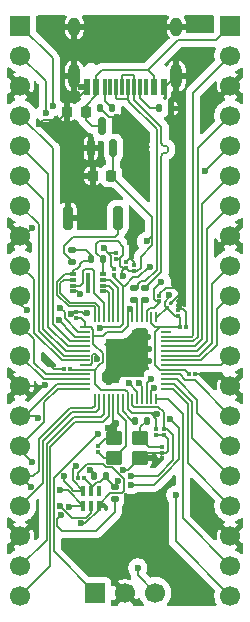
<source format=gbr>
%TF.GenerationSoftware,KiCad,Pcbnew,9.0.3*%
%TF.CreationDate,2025-12-07T00:49:16-08:00*%
%TF.ProjectId,pcb,7063622e-6b69-4636-9164-5f7063625858,rev?*%
%TF.SameCoordinates,Original*%
%TF.FileFunction,Copper,L1,Top*%
%TF.FilePolarity,Positive*%
%FSLAX46Y46*%
G04 Gerber Fmt 4.6, Leading zero omitted, Abs format (unit mm)*
G04 Created by KiCad (PCBNEW 9.0.3) date 2025-12-07 00:49:16*
%MOMM*%
%LPD*%
G01*
G04 APERTURE LIST*
G04 Aperture macros list*
%AMRoundRect*
0 Rectangle with rounded corners*
0 $1 Rounding radius*
0 $2 $3 $4 $5 $6 $7 $8 $9 X,Y pos of 4 corners*
0 Add a 4 corners polygon primitive as box body*
4,1,4,$2,$3,$4,$5,$6,$7,$8,$9,$2,$3,0*
0 Add four circle primitives for the rounded corners*
1,1,$1+$1,$2,$3*
1,1,$1+$1,$4,$5*
1,1,$1+$1,$6,$7*
1,1,$1+$1,$8,$9*
0 Add four rect primitives between the rounded corners*
20,1,$1+$1,$2,$3,$4,$5,0*
20,1,$1+$1,$4,$5,$6,$7,0*
20,1,$1+$1,$6,$7,$8,$9,0*
20,1,$1+$1,$8,$9,$2,$3,0*%
G04 Aperture macros list end*
%TA.AperFunction,SMDPad,CuDef*%
%ADD10RoundRect,0.075000X-0.075000X0.125000X-0.075000X-0.125000X0.075000X-0.125000X0.075000X0.125000X0*%
%TD*%
%TA.AperFunction,SMDPad,CuDef*%
%ADD11RoundRect,0.075000X-0.125000X-0.075000X0.125000X-0.075000X0.125000X0.075000X-0.125000X0.075000X0*%
%TD*%
%TA.AperFunction,SMDPad,CuDef*%
%ADD12RoundRect,0.075000X0.075000X-0.125000X0.075000X0.125000X-0.075000X0.125000X-0.075000X-0.125000X0*%
%TD*%
%TA.AperFunction,SMDPad,CuDef*%
%ADD13RoundRect,0.075000X-0.035355X-0.141421X0.141421X0.035355X0.035355X0.141421X-0.141421X-0.035355X0*%
%TD*%
%TA.AperFunction,SMDPad,CuDef*%
%ADD14RoundRect,0.075000X0.125000X0.075000X-0.125000X0.075000X-0.125000X-0.075000X0.125000X-0.075000X0*%
%TD*%
%TA.AperFunction,SMDPad,CuDef*%
%ADD15R,0.600000X1.450000*%
%TD*%
%TA.AperFunction,SMDPad,CuDef*%
%ADD16R,0.300000X1.450000*%
%TD*%
%TA.AperFunction,HeatsinkPad*%
%ADD17O,1.000000X2.100000*%
%TD*%
%TA.AperFunction,HeatsinkPad*%
%ADD18O,1.000000X1.600000*%
%TD*%
%TA.AperFunction,SMDPad,CuDef*%
%ADD19RoundRect,0.135000X0.135000X0.185000X-0.135000X0.185000X-0.135000X-0.185000X0.135000X-0.185000X0*%
%TD*%
%TA.AperFunction,SMDPad,CuDef*%
%ADD20RoundRect,0.135000X0.185000X-0.135000X0.185000X0.135000X-0.185000X0.135000X-0.185000X-0.135000X0*%
%TD*%
%TA.AperFunction,SMDPad,CuDef*%
%ADD21RoundRect,0.050000X-0.387500X-0.050000X0.387500X-0.050000X0.387500X0.050000X-0.387500X0.050000X0*%
%TD*%
%TA.AperFunction,SMDPad,CuDef*%
%ADD22RoundRect,0.050000X-0.050000X-0.387500X0.050000X-0.387500X0.050000X0.387500X-0.050000X0.387500X0*%
%TD*%
%TA.AperFunction,HeatsinkPad*%
%ADD23R,3.200000X3.200000*%
%TD*%
%TA.AperFunction,SMDPad,CuDef*%
%ADD24R,0.600000X0.300000*%
%TD*%
%TA.AperFunction,SMDPad,CuDef*%
%ADD25R,0.300000X1.700000*%
%TD*%
%TA.AperFunction,SMDPad,CuDef*%
%ADD26RoundRect,0.100000X0.100000X-0.337500X0.100000X0.337500X-0.100000X0.337500X-0.100000X-0.337500X0*%
%TD*%
%TA.AperFunction,ComponentPad*%
%ADD27C,1.700000*%
%TD*%
%TA.AperFunction,ComponentPad*%
%ADD28R,1.700000X1.700000*%
%TD*%
%TA.AperFunction,SMDPad,CuDef*%
%ADD29RoundRect,0.225000X0.225000X0.250000X-0.225000X0.250000X-0.225000X-0.250000X0.225000X-0.250000X0*%
%TD*%
%TA.AperFunction,SMDPad,CuDef*%
%ADD30RoundRect,0.135000X-0.185000X0.135000X-0.185000X-0.135000X0.185000X-0.135000X0.185000X0.135000X0*%
%TD*%
%TA.AperFunction,SMDPad,CuDef*%
%ADD31RoundRect,0.200000X-0.200000X-0.800000X0.200000X-0.800000X0.200000X0.800000X-0.200000X0.800000X0*%
%TD*%
%TA.AperFunction,SMDPad,CuDef*%
%ADD32RoundRect,0.135000X-0.135000X-0.185000X0.135000X-0.185000X0.135000X0.185000X-0.135000X0.185000X0*%
%TD*%
%TA.AperFunction,SMDPad,CuDef*%
%ADD33RoundRect,0.150000X0.150000X-0.587500X0.150000X0.587500X-0.150000X0.587500X-0.150000X-0.587500X0*%
%TD*%
%TA.AperFunction,SMDPad,CuDef*%
%ADD34RoundRect,0.250000X0.450000X0.350000X-0.450000X0.350000X-0.450000X-0.350000X0.450000X-0.350000X0*%
%TD*%
%TA.AperFunction,ViaPad*%
%ADD35C,0.600000*%
%TD*%
%TA.AperFunction,Conductor*%
%ADD36C,0.200000*%
%TD*%
G04 APERTURE END LIST*
D10*
%TO.P,C1,1*%
%TO.N,+3V3*%
X205780000Y-94770000D03*
%TO.P,C1,2*%
%TO.N,GND*%
X205780000Y-95270000D03*
%TD*%
D11*
%TO.P,C2,2*%
%TO.N,GND*%
X209060000Y-90150000D03*
%TO.P,C2,1*%
%TO.N,+3V3*%
X208560000Y-90150000D03*
%TD*%
D12*
%TO.P,C3,2*%
%TO.N,GND*%
X203900000Y-80950000D03*
%TO.P,C3,1*%
%TO.N,+3V3*%
X203900000Y-81450000D03*
%TD*%
%TO.P,C4,1*%
%TO.N,+3V3*%
X203200000Y-81190000D03*
%TO.P,C4,2*%
%TO.N,GND*%
X203200000Y-80690000D03*
%TD*%
D13*
%TO.P,C5,2*%
%TO.N,GND*%
X206995528Y-84165994D03*
%TO.P,C5,1*%
%TO.N,+3V3*%
X206641974Y-84519548D03*
%TD*%
D11*
%TO.P,C6,2*%
%TO.N,GND*%
X208250000Y-86190000D03*
%TO.P,C6,1*%
%TO.N,+3V3*%
X207750000Y-86190000D03*
%TD*%
D14*
%TO.P,C7,2*%
%TO.N,GND*%
X197950000Y-89680000D03*
%TO.P,C7,1*%
%TO.N,+3V3*%
X198450000Y-89680000D03*
%TD*%
D12*
%TO.P,C8,1*%
%TO.N,+3V3*%
X207630000Y-85244999D03*
%TO.P,C8,2*%
%TO.N,GND*%
X207630000Y-84744999D03*
%TD*%
%TO.P,C9,2*%
%TO.N,GND*%
X199010000Y-84920000D03*
%TO.P,C9,1*%
%TO.N,+3V3*%
X199010000Y-85420000D03*
%TD*%
D10*
%TO.P,C10,1*%
%TO.N,+1V1*%
X206450000Y-94770000D03*
%TO.P,C10,2*%
%TO.N,GND*%
X206450000Y-95270000D03*
%TD*%
D12*
%TO.P,C11,1*%
%TO.N,+1V1*%
X202230000Y-81770000D03*
%TO.P,C11,2*%
%TO.N,GND*%
X202230000Y-81270000D03*
%TD*%
%TO.P,C12,1*%
%TO.N,+1V1*%
X206020000Y-84000000D03*
%TO.P,C12,2*%
%TO.N,GND*%
X206020000Y-83500000D03*
%TD*%
D10*
%TO.P,C15,2*%
%TO.N,XIN*%
X200810000Y-96710000D03*
%TO.P,C15,1*%
%TO.N,GND*%
X200810000Y-96210000D03*
%TD*%
D12*
%TO.P,C16,2*%
%TO.N,Net-(C16-Pad2)*%
X206260000Y-96330000D03*
%TO.P,C16,1*%
%TO.N,GND*%
X206260000Y-96830000D03*
%TD*%
%TO.P,C17,1*%
%TO.N,+3V3*%
X202400000Y-80400000D03*
%TO.P,C17,2*%
%TO.N,GND*%
X202400000Y-79900000D03*
%TD*%
D11*
%TO.P,C18,2*%
%TO.N,+3V3*%
X199630000Y-98940000D03*
%TO.P,C18,1*%
%TO.N,GND*%
X199130000Y-98940000D03*
%TD*%
D15*
%TO.P,J1,A1,GND*%
%TO.N,GND*%
X206395000Y-65830000D03*
%TO.P,J1,A4,VBUS*%
%TO.N,VBUS*%
X205595001Y-65830000D03*
D16*
%TO.P,J1,A5,CC1*%
%TO.N,Net-(J1-CC1)*%
X204395000Y-65829999D03*
%TO.P,J1,A6,D+*%
%TO.N,USB_D+*%
X203395000Y-65830000D03*
%TO.P,J1,A7,D-*%
%TO.N,USB_D-*%
X202895000Y-65830000D03*
%TO.P,J1,A8*%
%TO.N,N/C*%
X201895000Y-65829999D03*
D15*
%TO.P,J1,A9,VBUS*%
%TO.N,VBUS*%
X200694999Y-65830000D03*
%TO.P,J1,A12,GND*%
%TO.N,GND*%
X199895000Y-65830000D03*
%TO.P,J1,B1,GND*%
X199895000Y-65830000D03*
%TO.P,J1,B4,VBUS*%
%TO.N,VBUS*%
X200694999Y-65830000D03*
D16*
%TO.P,J1,B5,CC2*%
%TO.N,Net-(J1-CC2)*%
X201395000Y-65830000D03*
%TO.P,J1,B6,D+*%
%TO.N,USB_D+*%
X202395000Y-65830000D03*
%TO.P,J1,B7,D-*%
%TO.N,USB_D-*%
X203895000Y-65830000D03*
%TO.P,J1,B8*%
%TO.N,N/C*%
X204895000Y-65830000D03*
D15*
%TO.P,J1,B9,VBUS*%
%TO.N,VBUS*%
X205595001Y-65830000D03*
%TO.P,J1,B12,GND*%
%TO.N,GND*%
X206395000Y-65830000D03*
D17*
%TO.P,J1,S1,SHIELD*%
X207465000Y-64915000D03*
D18*
X207465000Y-60735000D03*
D17*
X198825000Y-64915000D03*
D18*
X198825000Y-60735000D03*
%TD*%
D19*
%TO.P,R8,2*%
%TO.N,GPIO10*%
X200470001Y-98770000D03*
%TO.P,R8,1*%
%TO.N,+3V3*%
X201489999Y-98770000D03*
%TD*%
D20*
%TO.P,R9,2*%
%TO.N,+3V3*%
X202260000Y-99680001D03*
%TO.P,R9,1*%
%TO.N,GPIO11*%
X202260000Y-100699999D03*
%TD*%
D21*
%TO.P,U1,1,IOVDD*%
%TO.N,+3V3*%
X199707500Y-86185000D03*
%TO.P,U1,2,GPIO0*%
%TO.N,GPIO0*%
X199707500Y-86585000D03*
%TO.P,U1,3,GPIO1*%
%TO.N,GPIO1*%
X199707500Y-86985000D03*
%TO.P,U1,4,GPIO2*%
%TO.N,GPIO2*%
X199707500Y-87385000D03*
%TO.P,U1,5,GPIO3*%
%TO.N,GPIO3*%
X199707500Y-87785000D03*
%TO.P,U1,6,GPIO4*%
%TO.N,GPIO4*%
X199707500Y-88185000D03*
%TO.P,U1,7,GPIO5*%
%TO.N,GPIO5*%
X199707500Y-88585000D03*
%TO.P,U1,8,GPIO6*%
%TO.N,GPIO6*%
X199707500Y-88985000D03*
%TO.P,U1,9,GPIO7*%
%TO.N,GPIO7*%
X199707500Y-89385000D03*
%TO.P,U1,10,IOVDD*%
%TO.N,+3V3*%
X199707500Y-89785000D03*
%TO.P,U1,11,GPIO8*%
%TO.N,GPIO8*%
X199707500Y-90185000D03*
%TO.P,U1,12,GPIO9*%
%TO.N,GPIO9*%
X199707500Y-90585000D03*
%TO.P,U1,13,GPIO10*%
%TO.N,GPIO10*%
X199707500Y-90985000D03*
%TO.P,U1,14,GPIO11*%
%TO.N,GPIO11*%
X199707500Y-91385000D03*
D22*
%TO.P,U1,15,GPIO12*%
%TO.N,GPIO12*%
X200545000Y-92222500D03*
%TO.P,U1,16,GPIO13*%
%TO.N,GPIO13*%
X200945000Y-92222500D03*
%TO.P,U1,17,GPIO14*%
%TO.N,GPIO14*%
X201345000Y-92222500D03*
%TO.P,U1,18,GPIO15*%
%TO.N,GPIO15*%
X201745000Y-92222500D03*
%TO.P,U1,19,TESTEN*%
%TO.N,GND*%
X202145000Y-92222500D03*
%TO.P,U1,20,XIN*%
%TO.N,XIN*%
X202545000Y-92222500D03*
%TO.P,U1,21,XOUT*%
%TO.N,XOUT*%
X202945000Y-92222500D03*
%TO.P,U1,22,IOVDD*%
%TO.N,+3V3*%
X203345000Y-92222500D03*
%TO.P,U1,23,DVDD*%
%TO.N,+1V1*%
X203745000Y-92222500D03*
%TO.P,U1,24,SWCLK*%
%TO.N,SWCLK*%
X204145000Y-92222500D03*
%TO.P,U1,25,SWD*%
%TO.N,SWD*%
X204545000Y-92222500D03*
%TO.P,U1,26,RUN*%
%TO.N,RUN*%
X204945000Y-92222500D03*
%TO.P,U1,27,GPIO16*%
%TO.N,GPIO16*%
X205345000Y-92222500D03*
%TO.P,U1,28,GPIO17*%
%TO.N,GPIO17*%
X205745000Y-92222500D03*
D21*
%TO.P,U1,29,GPIO18*%
%TO.N,GPIO18*%
X206582500Y-91385000D03*
%TO.P,U1,30,GPIO19*%
%TO.N,GPIO19*%
X206582500Y-90985000D03*
%TO.P,U1,31,GPIO20*%
%TO.N,GPIO20*%
X206582500Y-90585000D03*
%TO.P,U1,32,GPIO21*%
%TO.N,GPIO21*%
X206582500Y-90185000D03*
%TO.P,U1,33,IOVDD*%
%TO.N,+3V3*%
X206582500Y-89785000D03*
%TO.P,U1,34,GPIO22*%
%TO.N,GPIO22*%
X206582500Y-89385000D03*
%TO.P,U1,35,GPIO23*%
%TO.N,GPIO23*%
X206582500Y-88985000D03*
%TO.P,U1,36,GPIO24*%
%TO.N,GPIO24*%
X206582500Y-88585000D03*
%TO.P,U1,37,GPIO25*%
%TO.N,GPIO25*%
X206582500Y-88185000D03*
%TO.P,U1,38,GPIO26_ADC0*%
%TO.N,GPIO26_ADC0*%
X206582500Y-87785000D03*
%TO.P,U1,39,GPIO27_ADC1*%
%TO.N,GPIO27_ADC1*%
X206582500Y-87385000D03*
%TO.P,U1,40,GPIO28_ADC2*%
%TO.N,GPIO28_ADC2*%
X206582500Y-86985000D03*
%TO.P,U1,41,GPIO29_ADC3*%
%TO.N,GPIO29_ADC3*%
X206582500Y-86585000D03*
%TO.P,U1,42,IOVDD*%
%TO.N,+3V3*%
X206582500Y-86185000D03*
D22*
%TO.P,U1,43,ADC_AVDD*%
X205745000Y-85347500D03*
%TO.P,U1,44,VREG_IN*%
X205345000Y-85347500D03*
%TO.P,U1,45,VREG_VOUT*%
%TO.N,+1V1*%
X204945000Y-85347500D03*
%TO.P,U1,46,USB_DM*%
%TO.N,Net-(U1-USB_DM)*%
X204545000Y-85347500D03*
%TO.P,U1,47,USB_DP*%
%TO.N,Net-(U1-USB_DP)*%
X204145000Y-85347500D03*
%TO.P,U1,48,USB_VDD*%
%TO.N,+3V3*%
X203745000Y-85347500D03*
%TO.P,U1,49,IOVDD*%
X203345000Y-85347500D03*
%TO.P,U1,50,DVDD*%
%TO.N,+1V1*%
X202945000Y-85347500D03*
%TO.P,U1,51,QSPI_SD3*%
%TO.N,QSPI_SD3*%
X202545000Y-85347500D03*
%TO.P,U1,52,QSPI_SCLK*%
%TO.N,QSPI_SCLK*%
X202145000Y-85347500D03*
%TO.P,U1,53,QSPI_SD0*%
%TO.N,QSPI_SD0*%
X201745000Y-85347500D03*
%TO.P,U1,54,QSPI_SD2*%
%TO.N,QSPI_SD2*%
X201345000Y-85347500D03*
%TO.P,U1,55,QSPI_SD1*%
%TO.N,QSPI_SD1*%
X200945000Y-85347500D03*
%TO.P,U1,56,QSPI_SS*%
%TO.N,QSPI_SS*%
X200545000Y-85347500D03*
D23*
%TO.P,U1,57,GND*%
%TO.N,GND*%
X203145000Y-88785000D03*
%TD*%
D24*
%TO.P,U3,4,GND*%
%TO.N,GND*%
X198750000Y-83150000D03*
%TO.P,U3,3,~{WP}/IO_{2}*%
%TO.N,QSPI_SD2*%
X198750000Y-82650000D03*
%TO.P,U3,2,DO/IO_{1}*%
%TO.N,QSPI_SD1*%
X198750000Y-82150000D03*
%TO.P,U3,1,~{CS}*%
%TO.N,QSPI_SS*%
X198750000Y-81650000D03*
%TO.P,U3,8,VCC*%
%TO.N,+3V3*%
X201250000Y-81650000D03*
%TO.P,U3,7,~{HOLD}/~{RESET}/IO_{3}*%
%TO.N,QSPI_SD3*%
X201250000Y-82150000D03*
%TO.P,U3,6,CLK*%
%TO.N,QSPI_SCLK*%
X201250000Y-82650000D03*
%TO.P,U3,5,DI/IO_{0}*%
%TO.N,QSPI_SD0*%
X201250000Y-83150000D03*
D25*
%TO.P,U3,9*%
%TO.N,N/C*%
X200000000Y-82400000D03*
%TD*%
D26*
%TO.P,U4,6,SDA*%
%TO.N,GPIO10*%
X199582500Y-100012500D03*
%TO.P,U4,5,VDD*%
%TO.N,+3V3*%
X200232500Y-100012499D03*
%TO.P,U4,4,NC*%
%TO.N,unconnected-(U4-NC-Pad4)*%
X200882500Y-100012500D03*
%TO.P,U4,3,GND*%
%TO.N,GND*%
X200882500Y-101287500D03*
%TO.P,U4,2,INT*%
%TO.N,GPIO12*%
X200232500Y-101287501D03*
%TO.P,U4,1,SCL*%
%TO.N,GPIO11*%
X199582500Y-101287500D03*
%TD*%
D27*
%TO.P,J2,20,Pin_20*%
%TO.N,GPIO15*%
X194260000Y-108920000D03*
%TO.P,J2,19,Pin_19*%
%TO.N,GPIO14*%
X194260000Y-106380000D03*
%TO.P,J2,18,Pin_18*%
%TO.N,GND*%
X194260000Y-103840000D03*
%TO.P,J2,17,Pin_17*%
%TO.N,GPIO13*%
X194260000Y-101300000D03*
%TO.P,J2,16,Pin_16*%
%TO.N,GPIO12*%
X194260000Y-98760000D03*
%TO.P,J2,15,Pin_15*%
%TO.N,GPIO11*%
X194260000Y-96220000D03*
%TO.P,J2,14,Pin_14*%
%TO.N,GPIO10*%
X194260000Y-93680000D03*
%TO.P,J2,13,Pin_13*%
%TO.N,GND*%
X194260000Y-91140000D03*
%TO.P,J2,12,Pin_12*%
%TO.N,GPIO9*%
X194260000Y-88600000D03*
%TO.P,J2,11,Pin_11*%
%TO.N,GPIO8*%
X194260000Y-86060000D03*
%TO.P,J2,10,Pin_10*%
%TO.N,GPIO7*%
X194260000Y-83520000D03*
%TO.P,J2,9,Pin_9*%
%TO.N,GPIO6*%
X194260000Y-80980000D03*
%TO.P,J2,8,Pin_8*%
%TO.N,GND*%
X194260000Y-78440000D03*
%TO.P,J2,7,Pin_7*%
%TO.N,GPIO5*%
X194260000Y-75900000D03*
%TO.P,J2,6,Pin_6*%
%TO.N,GPIO4*%
X194260000Y-73360000D03*
%TO.P,J2,5,Pin_5*%
%TO.N,GPIO3*%
X194260000Y-70820000D03*
%TO.P,J2,4,Pin_4*%
%TO.N,GPIO2*%
X194260000Y-68280000D03*
%TO.P,J2,3,Pin_3*%
%TO.N,GND*%
X194260000Y-65740000D03*
%TO.P,J2,2,Pin_2*%
%TO.N,GPIO1*%
X194260000Y-63200000D03*
D28*
%TO.P,J2,1,Pin_1*%
%TO.N,GPIO0*%
X194260000Y-60660000D03*
%TD*%
D27*
%TO.P,J3,20,Pin_20*%
%TO.N,GPIO16*%
X212035000Y-108915000D03*
%TO.P,J3,19,Pin_19*%
%TO.N,GPIO17*%
X212035000Y-106375000D03*
%TO.P,J3,18,Pin_18*%
%TO.N,GND*%
X212035000Y-103835000D03*
%TO.P,J3,17,Pin_17*%
%TO.N,GPIO18*%
X212035000Y-101295000D03*
%TO.P,J3,16,Pin_16*%
%TO.N,GPIO19*%
X212035000Y-98755000D03*
%TO.P,J3,15,Pin_15*%
%TO.N,GPIO20*%
X212035000Y-96215000D03*
%TO.P,J3,14,Pin_14*%
%TO.N,GPIO21*%
X212035000Y-93675000D03*
%TO.P,J3,13,Pin_13*%
%TO.N,GND*%
X212035000Y-91135000D03*
%TO.P,J3,12,Pin_12*%
%TO.N,GPIO22*%
X212035000Y-88595000D03*
%TO.P,J3,11,Pin_11*%
%TO.N,RUN*%
X212035000Y-86055000D03*
%TO.P,J3,10,Pin_10*%
%TO.N,GPIO23*%
X212035000Y-83515000D03*
%TO.P,J3,9,Pin_9*%
%TO.N,GPIO24*%
X212035000Y-80975000D03*
%TO.P,J3,8,Pin_8*%
%TO.N,GND*%
X212035000Y-78435000D03*
%TO.P,J3,7,Pin_7*%
%TO.N,GPIO25*%
X212035000Y-75895000D03*
%TO.P,J3,6,Pin_6*%
%TO.N,GPIO26_ADC0*%
X212035000Y-73355000D03*
%TO.P,J3,5,Pin_5*%
%TO.N,+3V3*%
X212035000Y-70815000D03*
%TO.P,J3,4,Pin_4*%
%TO.N,GPIO27_ADC1*%
X212035000Y-68275000D03*
%TO.P,J3,3,Pin_3*%
%TO.N,GND*%
X212035000Y-65735000D03*
%TO.P,J3,2,Pin_2*%
%TO.N,GPIO28_ADC2*%
X212035000Y-63195000D03*
D28*
%TO.P,J3,1,Pin_1*%
%TO.N,VBUS*%
X212035000Y-60655000D03*
%TD*%
D27*
%TO.P,J4,3,Pin_3*%
%TO.N,SWD*%
X205684999Y-108675000D03*
%TO.P,J4,2,Pin_2*%
%TO.N,GND*%
X203145000Y-108675000D03*
D28*
%TO.P,J4,1,Pin_1*%
%TO.N,SWCLK*%
X200605000Y-108675000D03*
%TD*%
D20*
%TO.P,R7,2*%
%TO.N,QSPI_SS*%
X198660000Y-79660001D03*
%TO.P,R7,1*%
%TO.N,Net-(R7-Pad1)*%
X198660000Y-80679999D03*
%TD*%
D29*
%TO.P,C13,2*%
%TO.N,GND*%
X200395000Y-73360000D03*
%TO.P,C13,1*%
%TO.N,+3V3*%
X201945000Y-73360000D03*
%TD*%
%TO.P,C14,2*%
%TO.N,GND*%
X198235000Y-67930000D03*
%TO.P,C14,1*%
%TO.N,VBUS*%
X199785000Y-67930000D03*
%TD*%
D30*
%TO.P,R3,1*%
%TO.N,USB_D+*%
X203845000Y-82837501D03*
%TO.P,R3,2*%
%TO.N,Net-(U1-USB_DP)*%
X203845000Y-83857499D03*
%TD*%
D19*
%TO.P,R5,1*%
%TO.N,Net-(C16-Pad2)*%
X204979999Y-94080000D03*
%TO.P,R5,2*%
%TO.N,XOUT*%
X203960001Y-94080000D03*
%TD*%
%TO.P,R2,2*%
%TO.N,GND*%
X201000001Y-67620000D03*
%TO.P,R2,1*%
%TO.N,Net-(J1-CC2)*%
X202019999Y-67620000D03*
%TD*%
D31*
%TO.P,SW1,2,2*%
%TO.N,Net-(R7-Pad1)*%
X202520000Y-76900000D03*
%TO.P,SW1,1,1*%
%TO.N,GND*%
X198320000Y-76900000D03*
%TD*%
D32*
%TO.P,R1,2*%
%TO.N,GND*%
X207040000Y-67660000D03*
%TO.P,R1,1*%
%TO.N,Net-(J1-CC1)*%
X206020000Y-67660000D03*
%TD*%
D19*
%TO.P,R6,1*%
%TO.N,+3V3*%
X201269999Y-80440000D03*
%TO.P,R6,2*%
%TO.N,QSPI_SS*%
X200250001Y-80440000D03*
%TD*%
D33*
%TO.P,U2,3,VI*%
%TO.N,VBUS*%
X201190000Y-69162499D03*
%TO.P,U2,2,VO*%
%TO.N,+3V3*%
X202140000Y-71037500D03*
%TO.P,U2,1,GND*%
%TO.N,GND*%
X200240000Y-71037500D03*
%TD*%
D30*
%TO.P,R4,2*%
%TO.N,Net-(U1-USB_DM)*%
X204845000Y-83857499D03*
%TO.P,R4,1*%
%TO.N,USB_D-*%
X204845000Y-82837501D03*
%TD*%
D34*
%TO.P,Y1,1,1*%
%TO.N,Net-(C16-Pad2)*%
X204390000Y-95530000D03*
%TO.P,Y1,2,2*%
%TO.N,GND*%
X202190000Y-95530000D03*
%TO.P,Y1,3,3*%
%TO.N,XIN*%
X202190000Y-97230000D03*
%TO.P,Y1,4,4*%
%TO.N,GND*%
X204390000Y-97230000D03*
%TD*%
D35*
%TO.N,*%
X201737950Y-90785002D03*
X205145002Y-89050000D03*
X205145002Y-88010000D03*
X205111583Y-87024943D03*
X203930000Y-86680000D03*
X199140000Y-73170000D03*
X199020000Y-71430000D03*
X199060000Y-69450000D03*
X203430000Y-70050000D03*
X203960000Y-72300000D03*
X207640000Y-81350000D03*
X203380000Y-101450000D03*
X205930000Y-100660000D03*
%TO.N,GND*%
X196340000Y-91085000D03*
X198510000Y-85080000D03*
%TO.N,GPIO7*%
X200737950Y-88860000D03*
%TO.N,GPIO1*%
X197520000Y-85600147D03*
%TO.N,+3V3*%
X205851446Y-93508554D03*
X206927000Y-93940000D03*
X203630000Y-99500000D03*
X202521446Y-99240000D03*
%TO.N,GPIO10*%
X195740000Y-93850000D03*
X197960000Y-98790000D03*
X200178554Y-98250000D03*
X199010702Y-97922191D03*
%TO.N,GPIO11*%
X197670000Y-102120000D03*
X198410000Y-101380000D03*
%TO.N,GND*%
X199370000Y-102800000D03*
%TO.N,GPIO12*%
X195176446Y-99676446D03*
X197601000Y-101290000D03*
%TO.N,GPIO11*%
X195280000Y-97590000D03*
X197650000Y-99960000D03*
%TO.N,GND*%
X202930000Y-98240000D03*
X201660000Y-94750000D03*
X205710000Y-97670000D03*
%TO.N,+3V3*%
X202972365Y-81837635D03*
%TO.N,+1V1*%
X201037370Y-86283597D03*
X203600000Y-98740000D03*
%TO.N,GND*%
X195212000Y-77739265D03*
X202340000Y-94290000D03*
X195810000Y-68981473D03*
%TO.N,+3V3*%
X203545000Y-84617064D03*
X206809265Y-83459265D03*
%TO.N,GND*%
X207860000Y-83300000D03*
%TO.N,RUN*%
X205341412Y-90535982D03*
%TO.N,+3V3*%
X209869000Y-72980000D03*
%TO.N,GND*%
X196580000Y-89100000D03*
X210000000Y-90300000D03*
X203140000Y-88790000D03*
X203550000Y-79000000D03*
%TO.N,SWD*%
X204200000Y-106550000D03*
X204300000Y-90885002D03*
%TO.N,GPIO16*%
X207427000Y-100380000D03*
X205599111Y-91293343D03*
%TO.N,GND*%
X199340000Y-83400000D03*
%TO.N,SWCLK*%
X200840000Y-95190000D03*
%TO.N,GPIO0*%
X197620000Y-84535627D03*
%TO.N,SWCLK*%
X203420000Y-90920000D03*
%TO.N,GPIO0*%
X197010000Y-67493142D03*
%TO.N,GPIO7*%
X194811000Y-84760000D03*
%TO.N,GND*%
X201310000Y-79511000D03*
%TO.N,GPIO1*%
X196410000Y-68030000D03*
%TO.N,+3V3*%
X204950000Y-78900000D03*
%TO.N,GND*%
X198110000Y-66570000D03*
X202410000Y-68400000D03*
%TO.N,+1V1*%
X205209000Y-81043435D03*
X206209780Y-82321250D03*
%TO.N,GND*%
X199945000Y-85020000D03*
%TD*%
D36*
%TO.N,*%
X201712948Y-90760000D02*
X201737950Y-90785002D01*
X201680000Y-90760000D02*
X201712948Y-90760000D01*
X205100000Y-89050000D02*
X205145002Y-89050000D01*
X205110000Y-88010000D02*
X205145002Y-88010000D01*
X205106526Y-87030000D02*
X205111583Y-87024943D01*
X205100000Y-87030000D02*
X205106526Y-87030000D01*
X207550000Y-81350000D02*
X207640000Y-81350000D01*
%TO.N,GND*%
X196285000Y-91140000D02*
X196340000Y-91085000D01*
X194260000Y-91140000D02*
X196285000Y-91140000D01*
%TO.N,GPIO10*%
X197365000Y-90985000D02*
X199707500Y-90985000D01*
X194670000Y-93680000D02*
X197365000Y-90985000D01*
X194260000Y-93680000D02*
X194670000Y-93680000D01*
%TO.N,GND*%
X198510000Y-85080000D02*
X198670000Y-84920000D01*
X198670000Y-84920000D02*
X199010000Y-84920000D01*
%TO.N,GPIO7*%
X200580000Y-88420000D02*
X200737950Y-88577950D01*
X200346000Y-88544000D02*
X200470000Y-88420000D01*
X200346000Y-89184000D02*
X200346000Y-88544000D01*
X200737950Y-88577950D02*
X200737950Y-88860000D01*
X200145000Y-89385000D02*
X200346000Y-89184000D01*
X200470000Y-88420000D02*
X200580000Y-88420000D01*
X199707500Y-89385000D02*
X200145000Y-89385000D01*
X200242774Y-89385000D02*
X199707500Y-89385000D01*
%TO.N,QSPI_SD1*%
X200594678Y-84119000D02*
X200945000Y-84469322D01*
X197661000Y-83302422D02*
X198477578Y-84119000D01*
X198477578Y-84119000D02*
X200594678Y-84119000D01*
X197975678Y-82150000D02*
X197661000Y-82464678D01*
X197661000Y-82464678D02*
X197661000Y-83302422D01*
X198750000Y-82150000D02*
X197975678Y-82150000D01*
X200945000Y-84469322D02*
X200945000Y-85347500D01*
%TO.N,QSPI_SS*%
X197360000Y-83427100D02*
X197360000Y-82340000D01*
X200545000Y-84495000D02*
X200470000Y-84420000D01*
X198352900Y-84420000D02*
X197360000Y-83427100D01*
X197360000Y-82340000D02*
X198050000Y-81650000D01*
X200545000Y-85347500D02*
X200545000Y-84495000D01*
X200470000Y-84420000D02*
X198352900Y-84420000D01*
X198050000Y-81650000D02*
X198750000Y-81650000D01*
%TO.N,GPIO0*%
X199155000Y-86585000D02*
X199707500Y-86585000D01*
X198010000Y-85440000D02*
X199155000Y-86585000D01*
X198010000Y-84925627D02*
X198010000Y-85440000D01*
X197620000Y-84535627D02*
X198010000Y-84925627D01*
%TO.N,GPIO1*%
X198564853Y-86645147D02*
X198564853Y-86664853D01*
X197520000Y-85600294D02*
X198564853Y-86645147D01*
X197520000Y-85600147D02*
X197520000Y-85600294D01*
X198904706Y-86985000D02*
X199707500Y-86985000D01*
X197520000Y-85600294D02*
X198904706Y-86985000D01*
%TO.N,GND*%
X196580000Y-89120000D02*
X197140000Y-89680000D01*
X197140000Y-89680000D02*
X197950000Y-89680000D01*
X196580000Y-89100000D02*
X196580000Y-89120000D01*
%TO.N,+3V3*%
X205801892Y-93459000D02*
X205299339Y-93459000D01*
X205851446Y-93508554D02*
X205801892Y-93459000D01*
%TO.N,+1V1*%
X206410000Y-93360000D02*
X206410000Y-94730000D01*
X203860000Y-92900000D02*
X205950000Y-92900000D01*
X206410000Y-94730000D02*
X206450000Y-94770000D01*
X203745000Y-92785000D02*
X203860000Y-92900000D01*
X203745000Y-92222500D02*
X203745000Y-92785000D01*
X205950000Y-92900000D02*
X206410000Y-93360000D01*
%TO.N,+3V3*%
X207710000Y-94723000D02*
X206927000Y-93940000D01*
X207710000Y-94930000D02*
X207710000Y-94723000D01*
X207710000Y-96170000D02*
X207710000Y-94930000D01*
X207710000Y-97380000D02*
X207710000Y-96170000D01*
X206600000Y-98490000D02*
X207710000Y-97380000D01*
%TO.N,GPIO16*%
X207427000Y-104307000D02*
X212035000Y-108915000D01*
X207427000Y-100380000D02*
X207427000Y-104307000D01*
%TO.N,+3V3*%
X205590000Y-99500000D02*
X206600000Y-98490000D01*
X203630000Y-99500000D02*
X205590000Y-99500000D01*
X202260000Y-99501446D02*
X202521446Y-99240000D01*
X202260000Y-99680001D02*
X202260000Y-99501446D01*
%TO.N,GND*%
X199130000Y-98510000D02*
X199130000Y-98940000D01*
X199890000Y-97750000D02*
X199130000Y-98510000D01*
X201265262Y-97750000D02*
X199890000Y-97750000D01*
X202051000Y-98031000D02*
X201546262Y-98031000D01*
X203030000Y-99010000D02*
X202051000Y-98031000D01*
X203030000Y-100050000D02*
X203030000Y-99010000D01*
X201546262Y-98031000D02*
X201265262Y-97750000D01*
X200882500Y-101200583D02*
X201873083Y-100210000D01*
X202870000Y-100210000D02*
X203030000Y-100050000D01*
X200882500Y-101287500D02*
X200882500Y-101200583D01*
X201873083Y-100210000D02*
X202870000Y-100210000D01*
%TO.N,+3V3*%
X201489999Y-98910000D02*
X202260000Y-99680001D01*
X201489999Y-98770000D02*
X201489999Y-98910000D01*
%TO.N,GPIO10*%
X195570000Y-93680000D02*
X194260000Y-93680000D01*
X195740000Y-93850000D02*
X195570000Y-93680000D01*
X197960000Y-99239322D02*
X197960000Y-98790000D01*
X198555339Y-99834661D02*
X197960000Y-99239322D01*
X198733178Y-100012500D02*
X198555339Y-99834661D01*
X199582500Y-100012500D02*
X198733178Y-100012500D01*
X200470001Y-98541447D02*
X200470001Y-98770000D01*
X200178554Y-98250000D02*
X200470001Y-98541447D01*
X198729000Y-98203893D02*
X199010702Y-97922191D01*
X198729000Y-99159000D02*
X198729000Y-98203893D01*
X199582500Y-100012500D02*
X198729000Y-99159000D01*
%TO.N,GPIO11*%
X200660000Y-103450000D02*
X202260000Y-101850000D01*
X197800000Y-103450000D02*
X200660000Y-103450000D01*
X202260000Y-101850000D02*
X202260000Y-100699999D01*
X197402000Y-103052000D02*
X197800000Y-103450000D01*
X197402000Y-102388000D02*
X197402000Y-103052000D01*
X197670000Y-102120000D02*
X197402000Y-102388000D01*
X199582500Y-101287500D02*
X198502500Y-101287500D01*
X198502500Y-101287500D02*
X198410000Y-101380000D01*
X198410000Y-101380000D02*
X198570000Y-101380000D01*
%TO.N,GND*%
X199745678Y-102800000D02*
X199370000Y-102800000D01*
X200882500Y-101663178D02*
X199745678Y-102800000D01*
X200882500Y-101287500D02*
X200882500Y-101663178D01*
%TO.N,+3V3*%
X200232500Y-99542500D02*
X199630000Y-98940000D01*
X200232500Y-100012499D02*
X200232500Y-99542500D01*
%TO.N,GPIO12*%
X198611000Y-102300000D02*
X197601000Y-101290000D01*
X199820000Y-102300000D02*
X198611000Y-102300000D01*
X200232500Y-101887500D02*
X199820000Y-102300000D01*
X200232500Y-101287501D02*
X200232500Y-101887500D01*
X195176446Y-99676446D02*
X194260000Y-98760000D01*
%TO.N,+3V3*%
X200739000Y-99291000D02*
X200968999Y-99291000D01*
X200232500Y-99797500D02*
X200739000Y-99291000D01*
X200232500Y-100012499D02*
X200232500Y-99797500D01*
X200968999Y-99291000D02*
X201489999Y-98770000D01*
%TO.N,GPIO11*%
X195280000Y-97590000D02*
X194260000Y-96570000D01*
X194260000Y-96570000D02*
X194260000Y-96220000D01*
X198255000Y-99960000D02*
X197650000Y-99960000D01*
X199582500Y-101287500D02*
X198255000Y-99960000D01*
%TO.N,GPIO12*%
X198431700Y-92997000D02*
X200370000Y-92997000D01*
X200370000Y-92997000D02*
X200545000Y-92822000D01*
X195800000Y-98320000D02*
X195800000Y-95628700D01*
X200545000Y-92822000D02*
X200545000Y-92222500D01*
X195360000Y-98760000D02*
X195800000Y-98320000D01*
X194260000Y-98760000D02*
X195360000Y-98760000D01*
X195800000Y-95628700D02*
X198431700Y-92997000D01*
%TO.N,SWCLK*%
X197101000Y-98929000D02*
X200840000Y-95190000D01*
X197101000Y-105171000D02*
X197101000Y-98929000D01*
X200605000Y-108675000D02*
X197101000Y-105171000D01*
%TO.N,GPIO15*%
X201250000Y-94200000D02*
X201745000Y-93705000D01*
X198930000Y-94200000D02*
X201250000Y-94200000D01*
X196800000Y-106380000D02*
X196800000Y-96330000D01*
X201745000Y-93705000D02*
X201745000Y-92222500D01*
X194260000Y-108920000D02*
X196800000Y-106380000D01*
X196800000Y-96330000D02*
X198930000Y-94200000D01*
%TO.N,GPIO14*%
X201345000Y-93505000D02*
X201345000Y-92222500D01*
X201051000Y-93799000D02*
X201345000Y-93505000D01*
X198763900Y-93799000D02*
X201051000Y-93799000D01*
X196480000Y-96082900D02*
X198763900Y-93799000D01*
X196480000Y-104160000D02*
X196480000Y-96082900D01*
X194260000Y-106380000D02*
X196480000Y-104160000D01*
%TO.N,GPIO13*%
X200945000Y-93115000D02*
X200945000Y-92222500D01*
X196160000Y-95835800D02*
X198597800Y-93398000D01*
X198597800Y-93398000D02*
X200662000Y-93398000D01*
X194260000Y-101300000D02*
X196160000Y-99400000D01*
X196160000Y-99400000D02*
X196160000Y-95835800D01*
X200662000Y-93398000D02*
X200945000Y-93115000D01*
%TO.N,GND*%
X202930000Y-98240000D02*
X203380000Y-98240000D01*
X203380000Y-98240000D02*
X204390000Y-97230000D01*
X202190000Y-95280000D02*
X201660000Y-94750000D01*
X202190000Y-95530000D02*
X202190000Y-95280000D01*
X202145000Y-92222500D02*
X202145000Y-94095000D01*
X203900000Y-80690000D02*
X203550000Y-80340000D01*
X203900000Y-80950000D02*
X203900000Y-80690000D01*
X206550000Y-65830000D02*
X207465000Y-64915000D01*
X206395000Y-65830000D02*
X206550000Y-65830000D01*
%TO.N,+3V3*%
X202140000Y-73165000D02*
X201945000Y-73360000D01*
X202140000Y-71037500D02*
X202140000Y-73165000D01*
%TO.N,GND*%
X206799000Y-95619000D02*
X206450000Y-95270000D01*
X206590000Y-96830000D02*
X206799000Y-96621000D01*
X206260000Y-96830000D02*
X206590000Y-96830000D01*
X206799000Y-96621000D02*
X206799000Y-95619000D01*
%TO.N,+1V1*%
X206683824Y-94770000D02*
X206450000Y-94770000D01*
X207200000Y-95286176D02*
X206683824Y-94770000D01*
X205910000Y-98740000D02*
X207200000Y-97450000D01*
X203600000Y-98740000D02*
X205910000Y-98740000D01*
X207200000Y-97450000D02*
X207200000Y-95286176D01*
%TO.N,GND*%
X205710000Y-97050000D02*
X205710000Y-97670000D01*
X205490000Y-96830000D02*
X205710000Y-97050000D01*
X205490000Y-96830000D02*
X204790000Y-96830000D01*
X204790000Y-96830000D02*
X204390000Y-97230000D01*
X206260000Y-96830000D02*
X205490000Y-96830000D01*
%TO.N,Net-(C16-Pad2)*%
X205190000Y-96330000D02*
X204390000Y-95530000D01*
X206260000Y-96330000D02*
X205190000Y-96330000D01*
%TO.N,GND*%
X206020000Y-83400000D02*
X206600000Y-82820000D01*
X206020000Y-83500000D02*
X206020000Y-83400000D01*
%TO.N,+1V1*%
X206020000Y-84100000D02*
X206020000Y-84000000D01*
X205600000Y-84520000D02*
X206020000Y-84100000D01*
X205230000Y-84520000D02*
X205600000Y-84520000D01*
X204945000Y-84805000D02*
X205230000Y-84520000D01*
X204945000Y-85347500D02*
X204945000Y-84805000D01*
X205569000Y-83782824D02*
X205786176Y-84000000D01*
X205569000Y-82962030D02*
X205569000Y-83782824D01*
X205786176Y-84000000D02*
X206020000Y-84000000D01*
X206209780Y-82321250D02*
X205569000Y-82962030D01*
%TO.N,USB_D-*%
X203895000Y-66917501D02*
X203895000Y-65830000D01*
X206210000Y-70589205D02*
X206210000Y-70469205D01*
X206210000Y-81472501D02*
X206210000Y-71669205D01*
X206210000Y-69232501D02*
X203895000Y-66917501D01*
X206210000Y-70469205D02*
X206210000Y-70242779D01*
X206210000Y-70242779D02*
X206210000Y-69232501D01*
X206786415Y-71189205D02*
X206786415Y-71069205D01*
X206546415Y-70829205D02*
X206450000Y-70829205D01*
X206450000Y-71429205D02*
X206546415Y-71429205D01*
X204845000Y-82837501D02*
X206210000Y-81472501D01*
X206210000Y-71669205D02*
G75*
G02*
X206450000Y-71429200I240000J5D01*
G01*
X206546415Y-71429205D02*
G75*
G03*
X206786405Y-71189205I-15J240005D01*
G01*
X206450000Y-70829205D02*
G75*
G02*
X206209995Y-70589205I0J240005D01*
G01*
X206786415Y-71069205D02*
G75*
G03*
X206546415Y-70829185I-240015J5D01*
G01*
%TO.N,USB_D+*%
X204224000Y-82837501D02*
X203845000Y-82837501D01*
X204224000Y-82518161D02*
X204224000Y-82837501D01*
X204475660Y-82266501D02*
X204224000Y-82518161D01*
X204848900Y-82266501D02*
X204475660Y-82266501D01*
X205809000Y-81306401D02*
X204848900Y-82266501D01*
X205809000Y-71481386D02*
X205809000Y-81306401D01*
X205796123Y-71117591D02*
X205809000Y-71481386D01*
X205809000Y-71104709D02*
X205796123Y-71117591D01*
X205809000Y-70707916D02*
X205809000Y-71104709D01*
X205809000Y-70327720D02*
X205796331Y-70695242D01*
X205809000Y-69398601D02*
X205809000Y-70327720D01*
X203494000Y-67083601D02*
X205809000Y-69398601D01*
X203494000Y-67016501D02*
X203494000Y-67083601D01*
X203395000Y-66917501D02*
X203494000Y-67016501D01*
X203395000Y-65830000D02*
X203395000Y-66917501D01*
X205796331Y-70695242D02*
X205809000Y-70707916D01*
%TO.N,+3V3*%
X204450000Y-80220000D02*
X205408000Y-79262000D01*
X205408000Y-79262000D02*
X205408000Y-78442000D01*
X204450000Y-81140000D02*
X204450000Y-80220000D01*
X204140000Y-81450000D02*
X204450000Y-81140000D01*
X203900000Y-81450000D02*
X204140000Y-81450000D01*
X205408000Y-78442000D02*
X205408000Y-78440000D01*
X204950000Y-78900000D02*
X205408000Y-78442000D01*
X204950000Y-78900000D02*
X204950000Y-78952000D01*
X203460000Y-81450000D02*
X203200000Y-81190000D01*
X203900000Y-81450000D02*
X203460000Y-81450000D01*
%TO.N,GND*%
X203550000Y-80340000D02*
X203200000Y-80690000D01*
X203550000Y-79000000D02*
X203550000Y-80340000D01*
%TO.N,+3V3*%
X202966176Y-81190000D02*
X203200000Y-81190000D01*
X202740000Y-80963824D02*
X202966176Y-81190000D01*
X202740000Y-80506176D02*
X202740000Y-80963824D01*
X203345000Y-86112100D02*
X203345000Y-85347500D01*
X201250910Y-86920000D02*
X201609910Y-86561000D01*
X200446000Y-86920000D02*
X200446000Y-86385000D01*
X200446000Y-86920000D02*
X201250910Y-86920000D01*
X201609910Y-86561000D02*
X202896100Y-86561000D01*
X202896100Y-86561000D02*
X203345000Y-86112100D01*
%TO.N,+1V1*%
X202945000Y-85945000D02*
X202945000Y-85347500D01*
X201160966Y-86160000D02*
X202730000Y-86160000D01*
X201037370Y-86283597D02*
X201160966Y-86160000D01*
X202730000Y-86160000D02*
X202945000Y-85945000D01*
%TO.N,+3V3*%
X200446000Y-87588226D02*
X200446000Y-86920000D01*
X206048226Y-86184000D02*
X206100000Y-86184000D01*
X205680000Y-89420000D02*
X205680000Y-86552226D01*
X205680000Y-86552226D02*
X206048226Y-86184000D01*
X206045000Y-89785000D02*
X205680000Y-89420000D01*
X206582500Y-89785000D02*
X206045000Y-89785000D01*
X205685000Y-86185000D02*
X206030000Y-86185000D01*
%TO.N,GPIO27_ADC1*%
X209269000Y-71041000D02*
X209269000Y-87036800D01*
%TO.N,GPIO28_ADC2*%
X208868000Y-66362000D02*
X208868000Y-86870700D01*
X212035000Y-63195000D02*
X208868000Y-66362000D01*
%TO.N,GPIO25*%
X210078000Y-87362000D02*
X210078000Y-77852000D01*
%TO.N,VBUS*%
X199785000Y-67930000D02*
X199785000Y-68615000D01*
%TO.N,GPIO25*%
X210078000Y-77852000D02*
X212035000Y-75895000D01*
%TO.N,VBUS*%
X199785000Y-68615000D02*
X200332499Y-69162499D01*
%TO.N,GPIO24*%
X210479000Y-82531000D02*
X212035000Y-80975000D01*
%TO.N,+3V3*%
X212035000Y-70815000D02*
X209870000Y-72980000D01*
%TO.N,GPIO25*%
X206582500Y-88185000D02*
X209255000Y-88185000D01*
%TO.N,VBUS*%
X199785000Y-67930000D02*
X199785000Y-67445000D01*
X200332499Y-69162499D02*
X201190000Y-69162499D01*
X199785000Y-67445000D02*
X200694999Y-66535001D01*
X200694999Y-66535001D02*
X200694999Y-65830000D01*
%TO.N,GPIO26_ADC0*%
X206582500Y-87785000D02*
X209087900Y-87785000D01*
X209670000Y-75720000D02*
X212035000Y-73355000D01*
%TO.N,GPIO25*%
X209255000Y-88185000D02*
X210078000Y-87362000D01*
%TO.N,GPIO27_ADC1*%
X212035000Y-68275000D02*
X209269000Y-71041000D01*
X209269000Y-87036800D02*
X208920800Y-87385000D01*
%TO.N,GPIO26_ADC0*%
X209087900Y-87785000D02*
X209670000Y-87202900D01*
%TO.N,GPIO27_ADC1*%
X208920800Y-87385000D02*
X206582500Y-87385000D01*
%TO.N,GPIO24*%
X210479000Y-87533900D02*
X210479000Y-82531000D01*
%TO.N,GPIO26_ADC0*%
X209670000Y-87202900D02*
X209670000Y-75720000D01*
%TO.N,GPIO28_ADC2*%
X208753700Y-86985000D02*
X206582500Y-86985000D01*
%TO.N,VBUS*%
X205093001Y-64403000D02*
X205595001Y-64905000D01*
X210854000Y-61836000D02*
X212035000Y-60655000D01*
X201196999Y-64403000D02*
X205093001Y-64403000D01*
X205093001Y-64403000D02*
X205093001Y-64370991D01*
X207627992Y-61836000D02*
X210854000Y-61836000D01*
X205595001Y-64905000D02*
X205595001Y-65830000D01*
X205093001Y-64370991D02*
X207627992Y-61836000D01*
%TO.N,+3V3*%
X209870000Y-72980000D02*
X209869000Y-72980000D01*
%TO.N,GPIO28_ADC2*%
X208868000Y-86870700D02*
X208753700Y-86985000D01*
%TO.N,VBUS*%
X200694999Y-65830000D02*
X200694999Y-64905000D01*
X200694999Y-64905000D02*
X201196999Y-64403000D01*
%TO.N,GND*%
X209060000Y-90150000D02*
X209850000Y-90150000D01*
X203145000Y-88785000D02*
X203140000Y-88790000D01*
X209850000Y-90150000D02*
X210000000Y-90300000D01*
X206600000Y-82820000D02*
X207380000Y-82820000D01*
X207380000Y-82820000D02*
X207860000Y-83300000D01*
%TO.N,GPIO24*%
X206582500Y-88585000D02*
X209427900Y-88585000D01*
X209427900Y-88585000D02*
X210479000Y-87533900D01*
%TO.N,+3V3*%
X208195000Y-89785000D02*
X206582500Y-89785000D01*
%TO.N,GPIO22*%
X211245000Y-89385000D02*
X206582500Y-89385000D01*
%TO.N,+3V3*%
X208560000Y-90150000D02*
X208195000Y-89785000D01*
%TO.N,GPIO23*%
X210880000Y-84670000D02*
X212035000Y-83515000D01*
X209595000Y-88985000D02*
X210880000Y-87700000D01*
X210880000Y-87700000D02*
X210880000Y-84670000D01*
X206582500Y-88985000D02*
X209595000Y-88985000D01*
%TO.N,GPIO22*%
X212035000Y-88595000D02*
X211245000Y-89385000D01*
%TO.N,Net-(U1-USB_DP)*%
X204145000Y-84157499D02*
X203845000Y-83857499D01*
X204145000Y-85347500D02*
X204145000Y-84157499D01*
%TO.N,GND*%
X201699000Y-79900000D02*
X201310000Y-79511000D01*
X202400000Y-79900000D02*
X201699000Y-79900000D01*
X196160473Y-68631000D02*
X197534000Y-68631000D01*
X194260000Y-78440000D02*
X194511265Y-78440000D01*
X195810000Y-68981473D02*
X196160473Y-68631000D01*
X194511265Y-78440000D02*
X195212000Y-77739265D01*
X197534000Y-68631000D02*
X198235000Y-67930000D01*
%TO.N,+3V3*%
X205345000Y-85845000D02*
X205685000Y-86185000D01*
%TO.N,GND*%
X202145000Y-94095000D02*
X202340000Y-94290000D01*
%TO.N,+3V3*%
X205345000Y-85347500D02*
X205345000Y-85845000D01*
X200246000Y-86185000D02*
X199707500Y-86185000D01*
X200446000Y-86385000D02*
X200246000Y-86185000D01*
%TO.N,SWD*%
X204300000Y-90951470D02*
X204545000Y-91196470D01*
X204545000Y-91196470D02*
X204545000Y-92222500D01*
%TO.N,SWCLK*%
X203420000Y-90920000D02*
X204145000Y-91645000D01*
X204145000Y-91645000D02*
X204145000Y-92222500D01*
%TO.N,SWD*%
X204300000Y-90885002D02*
X204300000Y-90951470D01*
%TO.N,GND*%
X206995528Y-84165994D02*
X206995528Y-84164472D01*
%TO.N,+3V3*%
X199707500Y-86185000D02*
X199723500Y-86169000D01*
%TO.N,GND*%
X207860000Y-84514999D02*
X207630000Y-84744999D01*
%TO.N,+3V3*%
X206809265Y-83459265D02*
X206876607Y-83526607D01*
%TO.N,GND*%
X207860000Y-83300000D02*
X207860000Y-84514999D01*
%TO.N,+3V3*%
X206476637Y-84047073D02*
X206476637Y-84354211D01*
X206876607Y-83647103D02*
X206476637Y-84047073D01*
X206876607Y-83526607D02*
X206876607Y-83647103D01*
%TO.N,GND*%
X206995528Y-84164472D02*
X207860000Y-83300000D01*
%TO.N,+3V3*%
X206476637Y-84354211D02*
X206641974Y-84519548D01*
%TO.N,Net-(U1-USB_DM)*%
X204545000Y-85347500D02*
X204545000Y-84157499D01*
X204545000Y-84157499D02*
X204845000Y-83857499D01*
%TO.N,+3V3*%
X202990000Y-79409943D02*
X202990000Y-80043824D01*
X200899000Y-78911000D02*
X202501000Y-78911000D01*
X202501000Y-78911000D02*
X202501000Y-78920943D01*
X202633824Y-80400000D02*
X202400000Y-80400000D01*
X201269999Y-80440000D02*
X200690000Y-79860001D01*
X202501000Y-78920943D02*
X202990000Y-79409943D01*
%TO.N,+1V1*%
X202945000Y-82658800D02*
X202230000Y-81943800D01*
%TO.N,GND*%
X201949000Y-80989000D02*
X201949000Y-80150000D01*
X201949000Y-80150000D02*
X201699000Y-79900000D01*
%TO.N,+3V3*%
X202633824Y-80400000D02*
X202740000Y-80506176D01*
X200690000Y-79860001D02*
X200690000Y-79120000D01*
%TO.N,+1V1*%
X202230000Y-81943800D02*
X202230000Y-81770000D01*
%TO.N,+3V3*%
X202990000Y-80043824D02*
X202633824Y-80400000D01*
X200690000Y-79120000D02*
X200899000Y-78911000D01*
%TO.N,GND*%
X202230000Y-81270000D02*
X201949000Y-80989000D01*
X207722500Y-84652499D02*
X208002499Y-84652499D01*
X208002499Y-84652499D02*
X208250000Y-84900000D01*
X207630000Y-84744999D02*
X207722500Y-84652499D01*
X208250000Y-84900000D02*
X208250000Y-86190000D01*
%TO.N,GPIO16*%
X205345000Y-91547454D02*
X205345000Y-92222500D01*
X205599111Y-91293343D02*
X205345000Y-91547454D01*
%TO.N,RUN*%
X204945000Y-90932394D02*
X205341412Y-90535982D01*
X204945000Y-92222500D02*
X204945000Y-90932394D01*
%TO.N,GPIO0*%
X197010000Y-63410000D02*
X194260000Y-60660000D01*
X197010000Y-67493142D02*
X197010000Y-63410000D01*
%TO.N,+3V3*%
X201945000Y-73360000D02*
X205408000Y-76823000D01*
X205408000Y-76823000D02*
X205408000Y-78440000D01*
%TO.N,XOUT*%
X203732900Y-94080000D02*
X202945000Y-93292100D01*
X203960001Y-94080000D02*
X203732900Y-94080000D01*
X202945000Y-93292100D02*
X202945000Y-92222500D01*
%TO.N,+3V3*%
X198555000Y-89785000D02*
X198450000Y-89680000D01*
X199707500Y-89785000D02*
X198555000Y-89785000D01*
%TO.N,GPIO7*%
X194260000Y-84209000D02*
X194811000Y-84760000D01*
%TO.N,GPIO19*%
X208829000Y-95549000D02*
X208829000Y-92500000D01*
%TO.N,GPIO7*%
X194260000Y-83520000D02*
X194260000Y-84209000D01*
%TO.N,GPIO19*%
X212035000Y-98755000D02*
X208829000Y-95549000D01*
%TO.N,Net-(R7-Pad1)*%
X198700000Y-78510000D02*
X202270000Y-78510000D01*
X198660000Y-80679999D02*
X198660000Y-80599999D01*
X197930000Y-79869999D02*
X197930000Y-79280000D01*
%TO.N,QSPI_SS*%
X200250001Y-80440000D02*
X200230001Y-80420000D01*
X200230001Y-80080001D02*
X199810001Y-79660001D01*
X200230001Y-80420000D02*
X200230001Y-80080001D01*
X199810001Y-79660001D02*
X198660000Y-79660001D01*
%TO.N,Net-(R7-Pad1)*%
X198660000Y-80599999D02*
X197930000Y-79869999D01*
X202520000Y-78260000D02*
X202520000Y-76900000D01*
X197930000Y-79280000D02*
X198700000Y-78510000D01*
X202270000Y-78510000D02*
X202520000Y-78260000D01*
%TO.N,+3V3*%
X205299339Y-93459000D02*
X204660659Y-93459000D01*
X205780000Y-93939661D02*
X205299339Y-93459000D01*
X203345000Y-93125000D02*
X203345000Y-92222500D01*
X205745000Y-85347500D02*
X205814022Y-85347500D01*
X204649659Y-93470000D02*
X204290341Y-93470000D01*
X205780000Y-94770000D02*
X205780000Y-93939661D01*
X204290341Y-93470000D02*
X204279341Y-93459000D01*
X203679000Y-93459000D02*
X203345000Y-93125000D01*
X205814022Y-85347500D02*
X206641974Y-84519548D01*
X204660659Y-93459000D02*
X204649659Y-93470000D01*
X204279341Y-93459000D02*
X203679000Y-93459000D01*
X207630000Y-85244999D02*
X207367425Y-85244999D01*
X207750000Y-85364999D02*
X207630000Y-85244999D01*
X207367425Y-85244999D02*
X206641974Y-84519548D01*
X207750000Y-86190000D02*
X207750000Y-85364999D01*
%TO.N,Net-(C16-Pad2)*%
X204390000Y-94669999D02*
X204979999Y-94080000D01*
X204390000Y-95530000D02*
X204390000Y-94669999D01*
%TO.N,GND*%
X202190000Y-95530000D02*
X201490000Y-95530000D01*
%TO.N,XIN*%
X203191000Y-96229000D02*
X203191000Y-94111000D01*
X202190000Y-97230000D02*
X203191000Y-96229000D01*
X203191000Y-94111000D02*
X202545000Y-93465000D01*
X202545000Y-93465000D02*
X202545000Y-92222500D01*
X202190000Y-97230000D02*
X201330000Y-97230000D01*
X201330000Y-97230000D02*
X200810000Y-96710000D01*
%TO.N,GND*%
X201490000Y-95530000D02*
X200810000Y-96210000D01*
%TO.N,QSPI_SD0*%
X201250000Y-83150000D02*
X201580000Y-83150000D01*
X201580000Y-83150000D02*
X201745000Y-83315000D01*
X201745000Y-83315000D02*
X201745000Y-85347500D01*
%TO.N,+3V3*%
X201269999Y-80440000D02*
X201399999Y-80570000D01*
X201250000Y-80459999D02*
X201269999Y-80440000D01*
X201250000Y-81650000D02*
X201250000Y-80459999D01*
X206582500Y-86185000D02*
X207745000Y-86185000D01*
X207745000Y-86185000D02*
X207750000Y-86190000D01*
%TO.N,Net-(J1-CC1)*%
X205248000Y-67660000D02*
X204395000Y-66807000D01*
%TO.N,Net-(J1-CC2)*%
X201395000Y-66995001D02*
X201395000Y-65830000D01*
X202019999Y-67620000D02*
X201395000Y-66995001D01*
%TO.N,Net-(J1-CC1)*%
X204395000Y-66807000D02*
X204395000Y-65829999D01*
X206020000Y-67660000D02*
X205248000Y-67660000D01*
%TO.N,GPIO6*%
X194260000Y-80980000D02*
X195411000Y-82131000D01*
X195411000Y-82131000D02*
X195411000Y-86643900D01*
X195411000Y-86643900D02*
X197752100Y-88985000D01*
X197752100Y-88985000D02*
X199707500Y-88985000D01*
%TO.N,GPIO5*%
X197925000Y-88585000D02*
X199707500Y-88585000D01*
X195812000Y-86472000D02*
X197925000Y-88585000D01*
%TO.N,GPIO4*%
X196213000Y-86305900D02*
X198092100Y-88185000D01*
%TO.N,GPIO3*%
X194260000Y-70820000D02*
X196614000Y-73174000D01*
%TO.N,GPIO5*%
X194260000Y-75900000D02*
X195812000Y-77452000D01*
%TO.N,GPIO4*%
X194260000Y-73360000D02*
X196213000Y-75313000D01*
X198092100Y-88185000D02*
X199707500Y-88185000D01*
X196213000Y-75313000D02*
X196213000Y-86305900D01*
%TO.N,GPIO5*%
X195812000Y-77452000D02*
X195812000Y-86472000D01*
%TO.N,GPIO3*%
X198259200Y-87785000D02*
X199707500Y-87785000D01*
X196614000Y-86139800D02*
X198259200Y-87785000D01*
X196614000Y-73174000D02*
X196614000Y-86139800D01*
%TO.N,SWD*%
X204200000Y-107190001D02*
X204200000Y-106550000D01*
X205684999Y-108675000D02*
X204200000Y-107190001D01*
%TO.N,GPIO11*%
X194260000Y-96220000D02*
X196300000Y-94180000D01*
X196300000Y-94180000D02*
X196300000Y-92520000D01*
X196300000Y-92520000D02*
X197435000Y-91385000D01*
X197435000Y-91385000D02*
X199707500Y-91385000D01*
%TO.N,GPIO8*%
X195400000Y-89087760D02*
X195400000Y-89172900D01*
%TO.N,GPIO9*%
X196245000Y-90585000D02*
X199707500Y-90585000D01*
%TO.N,GPIO8*%
X195411000Y-89076760D02*
X195400000Y-89087760D01*
%TO.N,GPIO9*%
X194260000Y-88600000D02*
X196245000Y-90585000D01*
%TO.N,GPIO8*%
X194260000Y-86060000D02*
X195411000Y-87211000D01*
X195400000Y-89172900D02*
X196412100Y-90185000D01*
X196412100Y-90185000D02*
X199707500Y-90185000D01*
X195411000Y-87211000D02*
X195411000Y-89076760D01*
%TO.N,GPIO2*%
X199707500Y-87385000D02*
X198456177Y-87385000D01*
X197020000Y-71040000D02*
X194260000Y-68280000D01*
X198456177Y-87385000D02*
X197020000Y-85948823D01*
X197020000Y-85948823D02*
X197020000Y-71040000D01*
%TO.N,GPIO20*%
X207495000Y-90585000D02*
X209230000Y-92320000D01*
X209230000Y-92320000D02*
X209230000Y-93410000D01*
X206582500Y-90585000D02*
X207495000Y-90585000D01*
%TO.N,GPIO18*%
X208428000Y-97688000D02*
X208428000Y-92666100D01*
X207146900Y-91385000D02*
X206582500Y-91385000D01*
X208428000Y-92666100D02*
X207146900Y-91385000D01*
X212035000Y-101295000D02*
X208428000Y-97688000D01*
%TO.N,GPIO20*%
X209230000Y-93410000D02*
X212035000Y-96215000D01*
%TO.N,GPIO17*%
X212035000Y-106375000D02*
X208027000Y-102367000D01*
X206722500Y-92222500D02*
X205745000Y-92222500D01*
X208027000Y-93527000D02*
X206722500Y-92222500D01*
X208027000Y-102367000D02*
X208027000Y-93527000D01*
%TO.N,GPIO19*%
X206582500Y-90985000D02*
X207314000Y-90985000D01*
X207314000Y-90985000D02*
X208829000Y-92500000D01*
%TO.N,GPIO21*%
X207775000Y-90185000D02*
X206582500Y-90185000D01*
X208240000Y-90650000D02*
X207775000Y-90185000D01*
X209010000Y-90650000D02*
X208240000Y-90650000D01*
X212035000Y-93675000D02*
X209010000Y-90650000D01*
%TO.N,QSPI_SS*%
X198899001Y-81250999D02*
X198750000Y-81400000D01*
X200120001Y-80570000D02*
X199580000Y-80570000D01*
X200250001Y-80440000D02*
X200120001Y-80570000D01*
X198750000Y-81400000D02*
X198750000Y-81650000D01*
X199029340Y-81250999D02*
X198899001Y-81250999D01*
X199580000Y-80570000D02*
X199281000Y-80869000D01*
X199281000Y-80869000D02*
X199281000Y-80999339D01*
X199281000Y-80999339D02*
X199029340Y-81250999D01*
%TO.N,GND*%
X199090000Y-83150000D02*
X199340000Y-83400000D01*
X198750000Y-83150000D02*
X199090000Y-83150000D01*
%TO.N,USB_D+*%
X203316000Y-66856000D02*
X203395000Y-66777000D01*
%TO.N,USB_D-*%
X203846000Y-64804000D02*
X203895000Y-64853000D01*
%TO.N,USB_D+*%
X202395000Y-66807000D02*
X202444000Y-66856000D01*
%TO.N,USB_D-*%
X202895000Y-65830000D02*
X202895000Y-64853000D01*
X202895000Y-64853000D02*
X202944000Y-64804000D01*
%TO.N,USB_D+*%
X202395000Y-65830000D02*
X202395000Y-66807000D01*
X202444000Y-66856000D02*
X203316000Y-66856000D01*
%TO.N,USB_D-*%
X203895000Y-64853000D02*
X203895000Y-65830000D01*
%TO.N,USB_D+*%
X203395000Y-66777000D02*
X203395000Y-65830000D01*
%TO.N,USB_D-*%
X202944000Y-64804000D02*
X203846000Y-64804000D01*
%TO.N,QSPI_SD3*%
X202545000Y-82825900D02*
X201869100Y-82150000D01*
X201869100Y-82150000D02*
X201250000Y-82150000D01*
%TO.N,QSPI_SCLK*%
X202145000Y-82993000D02*
X202145000Y-85347500D01*
X201250000Y-82650000D02*
X201802000Y-82650000D01*
X201802000Y-82650000D02*
X202145000Y-82993000D01*
%TO.N,QSPI_SD3*%
X202545000Y-85347500D02*
X202545000Y-82825900D01*
%TO.N,+1V1*%
X202945000Y-82658800D02*
X202945000Y-85347500D01*
%TO.N,+3V3*%
X203346000Y-84754000D02*
X203346000Y-84900000D01*
X203545000Y-84617064D02*
X203482936Y-84617064D01*
X203482936Y-84617064D02*
X203346000Y-84754000D01*
X203745000Y-85347500D02*
X203745000Y-84817064D01*
X203745000Y-84817064D02*
X203545000Y-84617064D01*
X203346000Y-84900000D02*
X203345000Y-84901000D01*
X203345000Y-84901000D02*
X203345000Y-85347500D01*
%TO.N,GPIO1*%
X196410000Y-68030000D02*
X196410000Y-65350000D01*
X196410000Y-65350000D02*
X194260000Y-63200000D01*
%TO.N,+3V3*%
X199420000Y-85420000D02*
X199707500Y-85707500D01*
X199707500Y-85707500D02*
X199707500Y-86185000D01*
X199010000Y-85420000D02*
X199420000Y-85420000D01*
X203345000Y-92222500D02*
X203345000Y-91665000D01*
X203345000Y-91665000D02*
X203150000Y-91470000D01*
X203150000Y-91470000D02*
X201073070Y-91470000D01*
X201073070Y-91470000D02*
X200583960Y-90980890D01*
X200583960Y-89790040D02*
X200589000Y-89785000D01*
X199707500Y-89785000D02*
X200589000Y-89785000D01*
X200583960Y-90980890D02*
X200583960Y-89790040D01*
X200960000Y-89414000D02*
X200960000Y-89410000D01*
X200589000Y-89785000D02*
X200960000Y-89414000D01*
X200960000Y-89410000D02*
X201237950Y-89132050D01*
X201237950Y-88380176D02*
X200446000Y-87588226D01*
X201237950Y-89132050D02*
X201237950Y-88380176D01*
X206030000Y-86185000D02*
X206582500Y-86185000D01*
%TO.N,GND*%
X206450000Y-95270000D02*
X205780000Y-95270000D01*
%TO.N,QSPI_SD2*%
X201345000Y-85347500D02*
X201345000Y-84137900D01*
X200290000Y-81220000D02*
X199749000Y-81220000D01*
X200530000Y-83322900D02*
X200530000Y-81460000D01*
X201345000Y-84137900D02*
X200530000Y-83322900D01*
X200530000Y-81460000D02*
X200290000Y-81220000D01*
X199549000Y-82403000D02*
X199302000Y-82650000D01*
X199749000Y-81220000D02*
X199549000Y-81420000D01*
X199549000Y-81420000D02*
X199549000Y-82403000D01*
X199302000Y-82650000D02*
X198750000Y-82650000D01*
%TO.N,GND*%
X199895000Y-65830000D02*
X199895000Y-66055000D01*
X199310000Y-66640000D02*
X198180000Y-66640000D01*
X199895000Y-66055000D02*
X199310000Y-66640000D01*
X198180000Y-66640000D02*
X198110000Y-66570000D01*
X201000001Y-67620000D02*
X201026969Y-67620000D01*
X201026969Y-67620000D02*
X201806969Y-68400000D01*
X201806969Y-68400000D02*
X202410000Y-68400000D01*
%TO.N,+3V3*%
X202972365Y-81837635D02*
X202830000Y-81695270D01*
X202830000Y-81695270D02*
X202830000Y-81390000D01*
X202830000Y-81390000D02*
X203030000Y-81190000D01*
X203030000Y-81190000D02*
X203200000Y-81190000D01*
%TO.N,+1V1*%
X202945000Y-82658800D02*
X203083361Y-82658800D01*
X203083361Y-82658800D02*
X203791161Y-81951000D01*
X203791161Y-81951000D02*
X204206100Y-81951000D01*
X204206100Y-81951000D02*
X205113665Y-81043435D01*
X205113665Y-81043435D02*
X205209000Y-81043435D01*
%TO.N,GND*%
X199010000Y-84920000D02*
X199470000Y-84920000D01*
X199470000Y-84920000D02*
X199620000Y-85070000D01*
X199895000Y-85070000D02*
X199945000Y-85020000D01*
X199620000Y-85070000D02*
X199895000Y-85070000D01*
%TD*%
%TA.AperFunction,Conductor*%
%TO.N,GND*%
G36*
X202679075Y-108867993D02*
G01*
X202744901Y-108982007D01*
X202837993Y-109075099D01*
X202952007Y-109140925D01*
X203015590Y-109157962D01*
X202526466Y-109647085D01*
X202526757Y-109650771D01*
X202512393Y-109719149D01*
X202463341Y-109768905D01*
X202403139Y-109784500D01*
X202069886Y-109784500D01*
X202002847Y-109764815D01*
X201957092Y-109712011D01*
X201947148Y-109642853D01*
X201949060Y-109632765D01*
X201949090Y-109632485D01*
X201949091Y-109632483D01*
X201955500Y-109572873D01*
X201955499Y-109375919D01*
X201975183Y-109308883D01*
X202027987Y-109263128D01*
X202097145Y-109253184D01*
X202160701Y-109282209D01*
X202170953Y-109293378D01*
X202172913Y-109293533D01*
X202662037Y-108804409D01*
X202679075Y-108867993D01*
G37*
%TD.AperFunction*%
%TA.AperFunction,Conductor*%
G36*
X204117085Y-109293532D02*
G01*
X204128566Y-109277732D01*
X204195550Y-109146271D01*
X204243525Y-109095475D01*
X204311346Y-109078680D01*
X204377481Y-109101218D01*
X204420932Y-109155933D01*
X204423966Y-109164247D01*
X204433443Y-109193416D01*
X204529950Y-109382820D01*
X204654889Y-109554786D01*
X204672922Y-109572819D01*
X204706407Y-109634142D01*
X204701423Y-109703834D01*
X204659551Y-109759767D01*
X204594087Y-109784184D01*
X204585241Y-109784500D01*
X203886861Y-109784500D01*
X203819822Y-109764815D01*
X203774067Y-109712011D01*
X203763243Y-109650774D01*
X203763533Y-109647085D01*
X203274410Y-109157962D01*
X203337993Y-109140925D01*
X203452007Y-109075099D01*
X203545099Y-108982007D01*
X203610925Y-108867993D01*
X203627962Y-108804409D01*
X204117085Y-109293532D01*
G37*
%TD.AperFunction*%
%TA.AperFunction,Conductor*%
G36*
X207345834Y-98695914D02*
G01*
X207401767Y-98737786D01*
X207426184Y-98803250D01*
X207426500Y-98812096D01*
X207426500Y-99462152D01*
X207406815Y-99529191D01*
X207354011Y-99574946D01*
X207326692Y-99583769D01*
X207193508Y-99610261D01*
X207193498Y-99610264D01*
X207047827Y-99670602D01*
X207047814Y-99670609D01*
X206916711Y-99758210D01*
X206916707Y-99758213D01*
X206805213Y-99869707D01*
X206805210Y-99869711D01*
X206717609Y-100000814D01*
X206717602Y-100000827D01*
X206657264Y-100146498D01*
X206657261Y-100146510D01*
X206626500Y-100301153D01*
X206626500Y-100458846D01*
X206657261Y-100613489D01*
X206657264Y-100613501D01*
X206717602Y-100759172D01*
X206717609Y-100759185D01*
X206805602Y-100890874D01*
X206826480Y-100957551D01*
X206826500Y-100959765D01*
X206826500Y-104220330D01*
X206826499Y-104220348D01*
X206826499Y-104386054D01*
X206826498Y-104386054D01*
X206867423Y-104538786D01*
X206867424Y-104538787D01*
X206885733Y-104570499D01*
X206946481Y-104675717D01*
X207065349Y-104794585D01*
X207065355Y-104794590D01*
X210701241Y-108430476D01*
X210734726Y-108491799D01*
X210731492Y-108556473D01*
X210717753Y-108598757D01*
X210684500Y-108808713D01*
X210684500Y-109021286D01*
X210711762Y-109193416D01*
X210717754Y-109231243D01*
X210767003Y-109382816D01*
X210783444Y-109433414D01*
X210870466Y-109604205D01*
X210883362Y-109672875D01*
X210857086Y-109737615D01*
X210799979Y-109777872D01*
X210759981Y-109784500D01*
X206784757Y-109784500D01*
X206717718Y-109764815D01*
X206671963Y-109712011D01*
X206662019Y-109642853D01*
X206691044Y-109579297D01*
X206697076Y-109572819D01*
X206715103Y-109554792D01*
X206715105Y-109554788D01*
X206715108Y-109554786D01*
X206840047Y-109382820D01*
X206840046Y-109382820D01*
X206840050Y-109382816D01*
X206936556Y-109193412D01*
X207002245Y-108991243D01*
X207035499Y-108781287D01*
X207035499Y-108568713D01*
X207002245Y-108358757D01*
X206936556Y-108156588D01*
X206840050Y-107967184D01*
X206840048Y-107967181D01*
X206840047Y-107967179D01*
X206715108Y-107795213D01*
X206564785Y-107644890D01*
X206392819Y-107519951D01*
X206203413Y-107423444D01*
X206203412Y-107423443D01*
X206203411Y-107423443D01*
X206001242Y-107357754D01*
X206001240Y-107357753D01*
X206001239Y-107357753D01*
X205839956Y-107332208D01*
X205791286Y-107324500D01*
X205578712Y-107324500D01*
X205550005Y-107329046D01*
X205368756Y-107357753D01*
X205326472Y-107371492D01*
X205256631Y-107373486D01*
X205200475Y-107341241D01*
X204932282Y-107073048D01*
X204898797Y-107011725D01*
X204903781Y-106942033D01*
X204907294Y-106934248D01*
X204933607Y-106870724D01*
X204969737Y-106783497D01*
X205000500Y-106628842D01*
X205000500Y-106471158D01*
X205000500Y-106471155D01*
X205000499Y-106471153D01*
X204969738Y-106316510D01*
X204969737Y-106316503D01*
X204949942Y-106268713D01*
X204909397Y-106170827D01*
X204909390Y-106170814D01*
X204821789Y-106039711D01*
X204821786Y-106039707D01*
X204710292Y-105928213D01*
X204710288Y-105928210D01*
X204579185Y-105840609D01*
X204579172Y-105840602D01*
X204433501Y-105780264D01*
X204433489Y-105780261D01*
X204278845Y-105749500D01*
X204278842Y-105749500D01*
X204121158Y-105749500D01*
X204121155Y-105749500D01*
X203966510Y-105780261D01*
X203966498Y-105780264D01*
X203820827Y-105840602D01*
X203820814Y-105840609D01*
X203689711Y-105928210D01*
X203689707Y-105928213D01*
X203578213Y-106039707D01*
X203578210Y-106039711D01*
X203490609Y-106170814D01*
X203490602Y-106170827D01*
X203430264Y-106316498D01*
X203430261Y-106316510D01*
X203399500Y-106471153D01*
X203399500Y-106628846D01*
X203430261Y-106783489D01*
X203430264Y-106783501D01*
X203490602Y-106929172D01*
X203490609Y-106929185D01*
X203578601Y-107060873D01*
X203599479Y-107127550D01*
X203599499Y-107129764D01*
X203599499Y-107269058D01*
X203635953Y-107405104D01*
X203641483Y-107425742D01*
X203639820Y-107495592D01*
X203600658Y-107553455D01*
X203536429Y-107580959D01*
X203483391Y-107575767D01*
X203414295Y-107553317D01*
X203235506Y-107525000D01*
X203054494Y-107525000D01*
X202875706Y-107553317D01*
X202703555Y-107609251D01*
X202703547Y-107609254D01*
X202542269Y-107691432D01*
X202526466Y-107702912D01*
X202526466Y-107702913D01*
X203015590Y-108192037D01*
X202952007Y-108209075D01*
X202837993Y-108274901D01*
X202744901Y-108367993D01*
X202679075Y-108482007D01*
X202662037Y-108545590D01*
X202172913Y-108056466D01*
X202166875Y-108056941D01*
X202124490Y-108089627D01*
X202054877Y-108095608D01*
X201993081Y-108063003D01*
X201958722Y-108002166D01*
X201955499Y-107974077D01*
X201955499Y-107777129D01*
X201955498Y-107777123D01*
X201954189Y-107764949D01*
X201950299Y-107728757D01*
X201949091Y-107717516D01*
X201898797Y-107582671D01*
X201898793Y-107582664D01*
X201812547Y-107467455D01*
X201812544Y-107467452D01*
X201697335Y-107381206D01*
X201697328Y-107381202D01*
X201562482Y-107330908D01*
X201562483Y-107330908D01*
X201502883Y-107324501D01*
X201502881Y-107324500D01*
X201502873Y-107324500D01*
X201502865Y-107324500D01*
X200155097Y-107324500D01*
X200088058Y-107304815D01*
X200067416Y-107288181D01*
X197737819Y-104958584D01*
X197704334Y-104897261D01*
X197701500Y-104870903D01*
X197701500Y-104174501D01*
X197704050Y-104165815D01*
X197702762Y-104156856D01*
X197713739Y-104132816D01*
X197721185Y-104107462D01*
X197728025Y-104101534D01*
X197731786Y-104093300D01*
X197754020Y-104079010D01*
X197773989Y-104061707D01*
X197784500Y-104059420D01*
X197790563Y-104055524D01*
X197825494Y-104050501D01*
X197825498Y-104050501D01*
X197879057Y-104050501D01*
X197879060Y-104050500D01*
X197886667Y-104050500D01*
X200573331Y-104050500D01*
X200573347Y-104050501D01*
X200580943Y-104050501D01*
X200739054Y-104050501D01*
X200739057Y-104050501D01*
X200891785Y-104009577D01*
X200941904Y-103980639D01*
X201028716Y-103930520D01*
X201140520Y-103818716D01*
X201140520Y-103818714D01*
X201150728Y-103808507D01*
X201150729Y-103808504D01*
X202740520Y-102218716D01*
X202819577Y-102081784D01*
X202860501Y-101929057D01*
X202860501Y-101770942D01*
X202860501Y-101763347D01*
X202860500Y-101763329D01*
X202860500Y-101369594D01*
X202880185Y-101302555D01*
X202896814Y-101281917D01*
X202951135Y-101227597D01*
X203032869Y-101089392D01*
X203077665Y-100935203D01*
X203080500Y-100899180D01*
X203080499Y-100500819D01*
X203077665Y-100464795D01*
X203038799Y-100331017D01*
X203038999Y-100261149D01*
X203076941Y-100202479D01*
X203140580Y-100173636D01*
X203209710Y-100183777D01*
X203226767Y-100193322D01*
X203229641Y-100195242D01*
X203250821Y-100209394D01*
X203250823Y-100209395D01*
X203250827Y-100209397D01*
X203396498Y-100269735D01*
X203396503Y-100269737D01*
X203551153Y-100300499D01*
X203551156Y-100300500D01*
X203551158Y-100300500D01*
X203708844Y-100300500D01*
X203708845Y-100300499D01*
X203863497Y-100269737D01*
X204009179Y-100209394D01*
X204030359Y-100195242D01*
X204140875Y-100121398D01*
X204207553Y-100100520D01*
X204209766Y-100100500D01*
X205503331Y-100100500D01*
X205503347Y-100100501D01*
X205510943Y-100100501D01*
X205669054Y-100100501D01*
X205669057Y-100100501D01*
X205821785Y-100059577D01*
X205885103Y-100023020D01*
X205958716Y-99980520D01*
X206070520Y-99868716D01*
X206070520Y-99868714D01*
X206080724Y-99858511D01*
X206080727Y-99858506D01*
X207080520Y-98858716D01*
X207080520Y-98858714D01*
X207090720Y-98848515D01*
X207090723Y-98848510D01*
X207214822Y-98724412D01*
X207276142Y-98690930D01*
X207345834Y-98695914D01*
G37*
%TD.AperFunction*%
%TA.AperFunction,Conductor*%
G36*
X193794075Y-104032993D02*
G01*
X193859901Y-104147007D01*
X193952993Y-104240099D01*
X194067007Y-104305925D01*
X194130590Y-104322962D01*
X193641466Y-104812085D01*
X193641466Y-104812086D01*
X193657267Y-104823566D01*
X193657275Y-104823571D01*
X193788729Y-104890551D01*
X193839525Y-104938526D01*
X193856320Y-105006347D01*
X193833782Y-105072482D01*
X193779067Y-105115933D01*
X193770761Y-105118964D01*
X193760716Y-105122227D01*
X193741583Y-105128444D01*
X193552179Y-105224951D01*
X193380213Y-105349890D01*
X193380209Y-105349894D01*
X193357181Y-105372923D01*
X193295858Y-105406408D01*
X193226166Y-105401424D01*
X193170233Y-105359552D01*
X193145816Y-105294088D01*
X193145500Y-105285242D01*
X193145500Y-104581467D01*
X193165185Y-104514428D01*
X193217989Y-104468673D01*
X193279230Y-104457849D01*
X193287914Y-104458532D01*
X193777037Y-103969409D01*
X193794075Y-104032993D01*
G37*
%TD.AperFunction*%
%TA.AperFunction,Conductor*%
G36*
X213007084Y-104453532D02*
G01*
X213010772Y-104453242D01*
X213079149Y-104467606D01*
X213128905Y-104516658D01*
X213144500Y-104576860D01*
X213144500Y-105275242D01*
X213124815Y-105342281D01*
X213072011Y-105388036D01*
X213002853Y-105397980D01*
X212939297Y-105368955D01*
X212932819Y-105362923D01*
X212914786Y-105344890D01*
X212742820Y-105219951D01*
X212553414Y-105123444D01*
X212553413Y-105123443D01*
X212553412Y-105123443D01*
X212524246Y-105113966D01*
X212466571Y-105074529D01*
X212439373Y-105010171D01*
X212451288Y-104941324D01*
X212498532Y-104889849D01*
X212506270Y-104885551D01*
X212637732Y-104818566D01*
X212653532Y-104807085D01*
X212164409Y-104317962D01*
X212227993Y-104300925D01*
X212342007Y-104235099D01*
X212435099Y-104142007D01*
X212500925Y-104027993D01*
X212517962Y-103964409D01*
X213007084Y-104453532D01*
G37*
%TD.AperFunction*%
%TA.AperFunction,Conductor*%
G36*
X195798834Y-100712915D02*
G01*
X195854768Y-100754786D01*
X195879184Y-100820251D01*
X195864332Y-100888524D01*
X195843181Y-100916778D01*
X195806730Y-100953227D01*
X195879461Y-103856797D01*
X195861461Y-103924308D01*
X195843181Y-103947583D01*
X195595119Y-104195644D01*
X195533796Y-104229129D01*
X195464104Y-104224145D01*
X195408171Y-104182273D01*
X195383754Y-104116809D01*
X195384965Y-104088564D01*
X195410000Y-103930504D01*
X195410000Y-103749493D01*
X195381682Y-103570706D01*
X195325748Y-103398555D01*
X195325747Y-103398552D01*
X195243571Y-103237275D01*
X195243566Y-103237267D01*
X195232085Y-103221466D01*
X194742962Y-103710590D01*
X194725925Y-103647007D01*
X194660099Y-103532993D01*
X194567007Y-103439901D01*
X194452993Y-103374075D01*
X194389409Y-103357037D01*
X194878533Y-102867913D01*
X194862727Y-102856429D01*
X194731269Y-102789447D01*
X194680474Y-102741473D01*
X194663679Y-102673651D01*
X194686217Y-102607517D01*
X194740932Y-102564066D01*
X194749216Y-102561043D01*
X194778412Y-102551557D01*
X194967816Y-102455051D01*
X195050803Y-102394758D01*
X195139786Y-102330109D01*
X195139788Y-102330106D01*
X195139792Y-102330104D01*
X195290104Y-102179792D01*
X195290106Y-102179788D01*
X195290109Y-102179786D01*
X195415048Y-102007820D01*
X195415047Y-102007820D01*
X195415051Y-102007816D01*
X195511557Y-101818412D01*
X195577246Y-101616243D01*
X195610500Y-101406287D01*
X195610500Y-101193713D01*
X195577246Y-100983757D01*
X195563506Y-100941473D01*
X195561512Y-100871635D01*
X195593754Y-100815480D01*
X195667822Y-100741412D01*
X195729143Y-100707930D01*
X195798834Y-100712915D01*
G37*
%TD.AperFunction*%
%TA.AperFunction,Conductor*%
G36*
X208832703Y-98942384D02*
G01*
X208839181Y-98948416D01*
X210701241Y-100810476D01*
X210734726Y-100871799D01*
X210731492Y-100936473D01*
X210717753Y-100978757D01*
X210684500Y-101188713D01*
X210684500Y-101401286D01*
X210714032Y-101587748D01*
X210717754Y-101611243D01*
X210769642Y-101770938D01*
X210783444Y-101813414D01*
X210879951Y-102002820D01*
X211004890Y-102174786D01*
X211155213Y-102325109D01*
X211327179Y-102450048D01*
X211327181Y-102450049D01*
X211327184Y-102450051D01*
X211516588Y-102546557D01*
X211545753Y-102556033D01*
X211603426Y-102595468D01*
X211630625Y-102659826D01*
X211618712Y-102728673D01*
X211571469Y-102780149D01*
X211563730Y-102784447D01*
X211432269Y-102851431D01*
X211416466Y-102862912D01*
X211416466Y-102862913D01*
X211905591Y-103352037D01*
X211842007Y-103369075D01*
X211727993Y-103434901D01*
X211634901Y-103527993D01*
X211569075Y-103642007D01*
X211552037Y-103705590D01*
X211062913Y-103216466D01*
X211062912Y-103216466D01*
X211051432Y-103232269D01*
X210969254Y-103393547D01*
X210969251Y-103393555D01*
X210913317Y-103565706D01*
X210885000Y-103744493D01*
X210885000Y-103925506D01*
X210910034Y-104083566D01*
X210901079Y-104152860D01*
X210856083Y-104206312D01*
X210789331Y-104226951D01*
X210722018Y-104208226D01*
X210699880Y-104190645D01*
X208663819Y-102154584D01*
X208630334Y-102093261D01*
X208627500Y-102066903D01*
X208627500Y-99036097D01*
X208647185Y-98969058D01*
X208699989Y-98923303D01*
X208769147Y-98913359D01*
X208832703Y-98942384D01*
G37*
%TD.AperFunction*%
%TA.AperFunction,Conductor*%
G36*
X193350703Y-102301045D02*
G01*
X193357181Y-102307077D01*
X193380213Y-102330109D01*
X193552179Y-102455048D01*
X193552181Y-102455049D01*
X193552184Y-102455051D01*
X193741588Y-102551557D01*
X193770753Y-102561033D01*
X193828426Y-102600468D01*
X193855625Y-102664826D01*
X193843712Y-102733673D01*
X193796469Y-102785149D01*
X193788730Y-102789447D01*
X193657269Y-102856431D01*
X193641466Y-102867912D01*
X193641466Y-102867913D01*
X194130591Y-103357037D01*
X194067007Y-103374075D01*
X193952993Y-103439901D01*
X193859901Y-103532993D01*
X193794075Y-103647007D01*
X193777037Y-103710590D01*
X193287912Y-103221465D01*
X193279228Y-103222149D01*
X193210851Y-103207784D01*
X193161094Y-103158733D01*
X193145500Y-103098531D01*
X193145500Y-102394758D01*
X193165185Y-102327719D01*
X193217989Y-102281964D01*
X193287147Y-102272020D01*
X193350703Y-102301045D01*
G37*
%TD.AperFunction*%
%TA.AperFunction,Conductor*%
G36*
X213063834Y-102278576D02*
G01*
X213119767Y-102320448D01*
X213144184Y-102385912D01*
X213144500Y-102394758D01*
X213144500Y-103093138D01*
X213124815Y-103160177D01*
X213072011Y-103205932D01*
X213010773Y-103216756D01*
X213007086Y-103216465D01*
X212517962Y-103705589D01*
X212500925Y-103642007D01*
X212435099Y-103527993D01*
X212342007Y-103434901D01*
X212227993Y-103369075D01*
X212164409Y-103352037D01*
X212653533Y-102862913D01*
X212637727Y-102851429D01*
X212506269Y-102784447D01*
X212455474Y-102736473D01*
X212438679Y-102668651D01*
X212461217Y-102602517D01*
X212515932Y-102559066D01*
X212524216Y-102556043D01*
X212553412Y-102546557D01*
X212742816Y-102450051D01*
X212818921Y-102394758D01*
X212914786Y-102325109D01*
X212914788Y-102325106D01*
X212914792Y-102325104D01*
X212932819Y-102307077D01*
X212994142Y-102273592D01*
X213063834Y-102278576D01*
G37*
%TD.AperFunction*%
%TA.AperFunction,Conductor*%
G36*
X201482323Y-101107185D02*
G01*
X201522015Y-101148378D01*
X201568865Y-101227597D01*
X201623182Y-101281914D01*
X201637888Y-101308845D01*
X201654477Y-101334659D01*
X201655368Y-101340858D01*
X201656666Y-101343235D01*
X201659500Y-101369594D01*
X201659500Y-101549902D01*
X201639815Y-101616941D01*
X201623181Y-101637583D01*
X201594181Y-101666583D01*
X201532858Y-101700068D01*
X201463166Y-101695084D01*
X201407233Y-101653212D01*
X201382816Y-101587748D01*
X201382500Y-101578902D01*
X201382500Y-101487500D01*
X201056999Y-101487500D01*
X201048313Y-101484949D01*
X201039352Y-101486238D01*
X201015311Y-101475259D01*
X200989960Y-101467815D01*
X200984032Y-101460974D01*
X200975796Y-101457213D01*
X200961506Y-101434978D01*
X200944205Y-101415011D01*
X200941917Y-101404496D01*
X200938022Y-101398435D01*
X200932999Y-101363504D01*
X200932999Y-101211498D01*
X200952684Y-101144461D01*
X201005488Y-101098706D01*
X201056999Y-101087500D01*
X201415284Y-101087500D01*
X201482323Y-101107185D01*
G37*
%TD.AperFunction*%
%TA.AperFunction,Conductor*%
G36*
X205761042Y-96950185D02*
G01*
X205806797Y-97002989D01*
X205816708Y-97036624D01*
X205820620Y-97063481D01*
X205875587Y-97175918D01*
X205964081Y-97264412D01*
X206076520Y-97319379D01*
X206076522Y-97319380D01*
X206109999Y-97324257D01*
X206110000Y-97324257D01*
X206110000Y-97154500D01*
X206112550Y-97145814D01*
X206111262Y-97136853D01*
X206122240Y-97112812D01*
X206129685Y-97087461D01*
X206136525Y-97081533D01*
X206140287Y-97073297D01*
X206162521Y-97059007D01*
X206182489Y-97041706D01*
X206193003Y-97039418D01*
X206199065Y-97035523D01*
X206234000Y-97030500D01*
X206286000Y-97030500D01*
X206353039Y-97050185D01*
X206398794Y-97102989D01*
X206410000Y-97154500D01*
X206410000Y-97339402D01*
X206390315Y-97406441D01*
X206373681Y-97427083D01*
X205697584Y-98103181D01*
X205636261Y-98136666D01*
X205609903Y-98139500D01*
X205355628Y-98139500D01*
X205288589Y-98119815D01*
X205242834Y-98067011D01*
X205232890Y-97997853D01*
X205256825Y-97940574D01*
X205323919Y-97852098D01*
X205323919Y-97852097D01*
X205379386Y-97711443D01*
X205390000Y-97623053D01*
X205390000Y-97480000D01*
X204514000Y-97480000D01*
X204446961Y-97460315D01*
X204401206Y-97407511D01*
X204390000Y-97356000D01*
X204390000Y-97104000D01*
X204409685Y-97036961D01*
X204462489Y-96991206D01*
X204514000Y-96980000D01*
X205390000Y-96980000D01*
X205403181Y-96966819D01*
X205430108Y-96952115D01*
X205455927Y-96935523D01*
X205462127Y-96934631D01*
X205464504Y-96933334D01*
X205490862Y-96930500D01*
X205694003Y-96930500D01*
X205761042Y-96950185D01*
G37*
%TD.AperFunction*%
%TA.AperFunction,Conductor*%
G36*
X202308334Y-94093415D02*
G01*
X202352681Y-94121916D01*
X202554181Y-94323416D01*
X202568884Y-94350343D01*
X202585477Y-94376162D01*
X202586368Y-94382362D01*
X202587666Y-94384739D01*
X202590500Y-94411097D01*
X202590500Y-94506000D01*
X202570815Y-94573039D01*
X202518011Y-94618794D01*
X202466500Y-94630000D01*
X202440000Y-94630000D01*
X202440000Y-95406000D01*
X202420315Y-95473039D01*
X202367511Y-95518794D01*
X202316000Y-95530000D01*
X202064000Y-95530000D01*
X201996961Y-95510315D01*
X201951206Y-95457511D01*
X201940000Y-95406000D01*
X201940000Y-94630000D01*
X201928112Y-94618112D01*
X201901558Y-94610315D01*
X201855803Y-94557511D01*
X201845859Y-94488353D01*
X201874884Y-94424797D01*
X201880916Y-94418319D01*
X201975819Y-94323416D01*
X202177320Y-94121914D01*
X202238642Y-94088431D01*
X202308334Y-94093415D01*
G37*
%TD.AperFunction*%
%TA.AperFunction,Conductor*%
G36*
X193794075Y-91332993D02*
G01*
X193859901Y-91447007D01*
X193952993Y-91540099D01*
X194067007Y-91605925D01*
X194130590Y-91622962D01*
X193641466Y-92112085D01*
X193641466Y-92112086D01*
X193657267Y-92123566D01*
X193657275Y-92123571D01*
X193788729Y-92190551D01*
X193839525Y-92238526D01*
X193856320Y-92306347D01*
X193833782Y-92372482D01*
X193779067Y-92415933D01*
X193770761Y-92418964D01*
X193760716Y-92422227D01*
X193741583Y-92428444D01*
X193552179Y-92524951D01*
X193380213Y-92649890D01*
X193380209Y-92649894D01*
X193357181Y-92672923D01*
X193295858Y-92706408D01*
X193226166Y-92701424D01*
X193170233Y-92659552D01*
X193145816Y-92594088D01*
X193145500Y-92585242D01*
X193145500Y-91881467D01*
X193165185Y-91814428D01*
X193217989Y-91768673D01*
X193279230Y-91757849D01*
X193287914Y-91758532D01*
X193777037Y-91269409D01*
X193794075Y-91332993D01*
G37*
%TD.AperFunction*%
%TA.AperFunction,Conductor*%
G36*
X213007084Y-91753532D02*
G01*
X213010772Y-91753242D01*
X213079149Y-91767606D01*
X213128905Y-91816658D01*
X213144500Y-91876860D01*
X213144500Y-92575242D01*
X213124815Y-92642281D01*
X213072011Y-92688036D01*
X213002853Y-92697980D01*
X212939297Y-92668955D01*
X212932819Y-92662923D01*
X212914786Y-92644890D01*
X212742820Y-92519951D01*
X212553414Y-92423444D01*
X212553413Y-92423443D01*
X212553412Y-92423443D01*
X212524246Y-92413966D01*
X212466571Y-92374529D01*
X212439373Y-92310171D01*
X212451288Y-92241324D01*
X212498532Y-92189849D01*
X212506270Y-92185551D01*
X212637732Y-92118566D01*
X212653532Y-92107085D01*
X212164409Y-91617962D01*
X212227993Y-91600925D01*
X212342007Y-91535099D01*
X212435099Y-91442007D01*
X212500925Y-91327993D01*
X212517962Y-91264409D01*
X213007084Y-91753532D01*
G37*
%TD.AperFunction*%
%TA.AperFunction,Conductor*%
G36*
X195536046Y-90756498D02*
G01*
X195566865Y-90763203D01*
X195570837Y-90766176D01*
X195572981Y-90766773D01*
X195595119Y-90784354D01*
X195760139Y-90949374D01*
X195760149Y-90949385D01*
X195764479Y-90953715D01*
X195764480Y-90953716D01*
X195876284Y-91065520D01*
X195876286Y-91065521D01*
X195876290Y-91065524D01*
X195938876Y-91101658D01*
X195938882Y-91101660D01*
X195945399Y-91105423D01*
X196013215Y-91144577D01*
X196084694Y-91163730D01*
X196092726Y-91167149D01*
X196113237Y-91184010D01*
X196135912Y-91197831D01*
X196139809Y-91205853D01*
X196146700Y-91211518D01*
X196154839Y-91236794D01*
X196166442Y-91260678D01*
X196165383Y-91269534D01*
X196168117Y-91278024D01*
X196161300Y-91303685D01*
X196158148Y-91330054D01*
X196151807Y-91339422D01*
X196150179Y-91345552D01*
X196143581Y-91351575D01*
X196131840Y-91368923D01*
X195036819Y-92463944D01*
X194975496Y-92497429D01*
X194905804Y-92492445D01*
X194892843Y-92486748D01*
X194778414Y-92428444D01*
X194778413Y-92428443D01*
X194778412Y-92428443D01*
X194749246Y-92418966D01*
X194691571Y-92379529D01*
X194664373Y-92315171D01*
X194676288Y-92246324D01*
X194723532Y-92194849D01*
X194731270Y-92190551D01*
X194862732Y-92123566D01*
X194878532Y-92112085D01*
X194878533Y-92112085D01*
X194389410Y-91622962D01*
X194452993Y-91605925D01*
X194567007Y-91540099D01*
X194660099Y-91447007D01*
X194725925Y-91332993D01*
X194742962Y-91269409D01*
X195232085Y-91758532D01*
X195243568Y-91742730D01*
X195325745Y-91581452D01*
X195325748Y-91581444D01*
X195381682Y-91409293D01*
X195410000Y-91230506D01*
X195410000Y-91049494D01*
X195384965Y-90891433D01*
X195389006Y-90860157D01*
X195391256Y-90828701D01*
X195393449Y-90825770D01*
X195393919Y-90822140D01*
X195414230Y-90798011D01*
X195433128Y-90772768D01*
X195436557Y-90771488D01*
X195438915Y-90768688D01*
X195469042Y-90759372D01*
X195498592Y-90748351D01*
X195502169Y-90749129D01*
X195505667Y-90748048D01*
X195536046Y-90756498D01*
G37*
%TD.AperFunction*%
%TA.AperFunction,Conductor*%
G36*
X211165943Y-89985501D02*
G01*
X211296288Y-89985501D01*
X211363327Y-90005186D01*
X211409082Y-90057990D01*
X211409086Y-90058020D01*
X211419905Y-90119231D01*
X211416466Y-90162913D01*
X211905591Y-90652037D01*
X211842007Y-90669075D01*
X211727993Y-90734901D01*
X211634901Y-90827993D01*
X211569075Y-90942007D01*
X211552037Y-91005590D01*
X211062913Y-90516466D01*
X211062912Y-90516466D01*
X211051432Y-90532269D01*
X210969254Y-90693547D01*
X210969251Y-90693555D01*
X210913317Y-90865706D01*
X210885000Y-91044493D01*
X210885000Y-91225506D01*
X210910034Y-91383566D01*
X210901079Y-91452860D01*
X210856083Y-91506312D01*
X210789331Y-91526951D01*
X210722018Y-91508226D01*
X210699880Y-91490645D01*
X209592525Y-90383290D01*
X209490521Y-90281286D01*
X209490520Y-90281284D01*
X209420917Y-90211681D01*
X209387432Y-90150358D01*
X209392416Y-90080666D01*
X209434288Y-90024733D01*
X209499752Y-90000316D01*
X209508598Y-90000000D01*
X209573785Y-90000000D01*
X209588449Y-89990556D01*
X209623498Y-89985500D01*
X211158332Y-89985500D01*
X211165939Y-89985500D01*
X211165943Y-89985501D01*
G37*
%TD.AperFunction*%
%TA.AperFunction,Conductor*%
G36*
X193350703Y-89601045D02*
G01*
X193357181Y-89607077D01*
X193380213Y-89630109D01*
X193552179Y-89755048D01*
X193552181Y-89755049D01*
X193552184Y-89755051D01*
X193741588Y-89851557D01*
X193770753Y-89861033D01*
X193828426Y-89900468D01*
X193855625Y-89964826D01*
X193843712Y-90033673D01*
X193796469Y-90085149D01*
X193788730Y-90089447D01*
X193657269Y-90156431D01*
X193641466Y-90167912D01*
X193641466Y-90167913D01*
X194130590Y-90657037D01*
X194067007Y-90674075D01*
X193952993Y-90739901D01*
X193859901Y-90832993D01*
X193794075Y-90947007D01*
X193777037Y-91010590D01*
X193287912Y-90521465D01*
X193279228Y-90522149D01*
X193210851Y-90507784D01*
X193161094Y-90458733D01*
X193145500Y-90398531D01*
X193145500Y-89694758D01*
X193165185Y-89627719D01*
X193217989Y-89581964D01*
X193287147Y-89572020D01*
X193350703Y-89601045D01*
G37*
%TD.AperFunction*%
%TA.AperFunction,Conductor*%
G36*
X213063834Y-89578576D02*
G01*
X213119767Y-89620448D01*
X213144184Y-89685912D01*
X213144500Y-89694758D01*
X213144500Y-90393138D01*
X213124815Y-90460177D01*
X213072011Y-90505932D01*
X213010773Y-90516756D01*
X213007086Y-90516465D01*
X212517962Y-91005589D01*
X212500925Y-90942007D01*
X212435099Y-90827993D01*
X212342007Y-90734901D01*
X212227993Y-90669075D01*
X212164409Y-90652037D01*
X212653533Y-90162913D01*
X212637727Y-90151429D01*
X212506269Y-90084447D01*
X212455474Y-90036473D01*
X212438679Y-89968651D01*
X212461217Y-89902517D01*
X212515932Y-89859066D01*
X212524216Y-89856043D01*
X212553412Y-89846557D01*
X212742816Y-89750051D01*
X212764789Y-89734086D01*
X212914786Y-89625109D01*
X212914788Y-89625106D01*
X212914792Y-89625104D01*
X212932819Y-89607077D01*
X212994142Y-89573592D01*
X213063834Y-89578576D01*
G37*
%TD.AperFunction*%
%TA.AperFunction,Conductor*%
G36*
X204363434Y-86274876D02*
G01*
X204363436Y-86274877D01*
X204435821Y-86283569D01*
X204451897Y-86285500D01*
X204451898Y-86285500D01*
X204638103Y-86285500D01*
X204654178Y-86283569D01*
X204726564Y-86274877D01*
X204726565Y-86274876D01*
X204730215Y-86274438D01*
X204759785Y-86274438D01*
X204763433Y-86274876D01*
X204763436Y-86274877D01*
X204851898Y-86285500D01*
X204885550Y-86285500D01*
X204886147Y-86285506D01*
X204919037Y-86295523D01*
X204951941Y-86305185D01*
X204952658Y-86305763D01*
X204952986Y-86305863D01*
X204953427Y-86306382D01*
X204972583Y-86321819D01*
X205043180Y-86392416D01*
X205076665Y-86453739D01*
X205079499Y-86480097D01*
X205079499Y-86641272D01*
X205079500Y-86641285D01*
X205079500Y-89333330D01*
X205079499Y-89333348D01*
X205079499Y-89499054D01*
X205079498Y-89499054D01*
X205080780Y-89503839D01*
X205118633Y-89645108D01*
X205116971Y-89714956D01*
X205077809Y-89772819D01*
X205046312Y-89791761D01*
X204962236Y-89826586D01*
X204962226Y-89826591D01*
X204831123Y-89914192D01*
X204831119Y-89914195D01*
X204719629Y-90025686D01*
X204719626Y-90025689D01*
X204688935Y-90071620D01*
X204635322Y-90116424D01*
X204565996Y-90125130D01*
X204538387Y-90117290D01*
X204533501Y-90115266D01*
X204533488Y-90115262D01*
X204378845Y-90084502D01*
X204378842Y-90084502D01*
X204221158Y-90084502D01*
X204221155Y-90084502D01*
X204066510Y-90115263D01*
X204066498Y-90115266D01*
X203920828Y-90175604D01*
X203920814Y-90175612D01*
X203897043Y-90191495D01*
X203830365Y-90212371D01*
X203780703Y-90202952D01*
X203653501Y-90150264D01*
X203653489Y-90150261D01*
X203498845Y-90119500D01*
X203498842Y-90119500D01*
X203341158Y-90119500D01*
X203341155Y-90119500D01*
X203186510Y-90150261D01*
X203186498Y-90150264D01*
X203040827Y-90210602D01*
X203040814Y-90210609D01*
X202909711Y-90298210D01*
X202909707Y-90298213D01*
X202798213Y-90409707D01*
X202798210Y-90409711D01*
X202710609Y-90540814D01*
X202710602Y-90540827D01*
X202650264Y-90686498D01*
X202650261Y-90686508D01*
X202633715Y-90769692D01*
X202601330Y-90831603D01*
X202540614Y-90866177D01*
X202512098Y-90869500D01*
X201373167Y-90869500D01*
X201343726Y-90860855D01*
X201313740Y-90854332D01*
X201308724Y-90850577D01*
X201306128Y-90849815D01*
X201285486Y-90833181D01*
X201220779Y-90768474D01*
X201187294Y-90707151D01*
X201184460Y-90680793D01*
X201184460Y-90090137D01*
X201204145Y-90023098D01*
X201220774Y-90002459D01*
X201318506Y-89904727D01*
X201318510Y-89904725D01*
X201328714Y-89894520D01*
X201328716Y-89894520D01*
X201440520Y-89782716D01*
X201440523Y-89782710D01*
X201445472Y-89776262D01*
X201446033Y-89776692D01*
X201457527Y-89761706D01*
X201718470Y-89500766D01*
X201797527Y-89363834D01*
X201838451Y-89211107D01*
X201838451Y-89052992D01*
X201838451Y-89045397D01*
X201838450Y-89045379D01*
X201838450Y-88301119D01*
X201833738Y-88283536D01*
X201833737Y-88283531D01*
X201818398Y-88226284D01*
X201797527Y-88148392D01*
X201797523Y-88148385D01*
X201718474Y-88011466D01*
X201718471Y-88011462D01*
X201718470Y-88011460D01*
X201606666Y-87899656D01*
X201606665Y-87899655D01*
X201602335Y-87895325D01*
X201602324Y-87895315D01*
X201401029Y-87694020D01*
X201367544Y-87632697D01*
X201372528Y-87563005D01*
X201414400Y-87507072D01*
X201435648Y-87494266D01*
X201445781Y-87489468D01*
X201482695Y-87479577D01*
X201551332Y-87439949D01*
X201619626Y-87400520D01*
X201731430Y-87288716D01*
X201731431Y-87288714D01*
X201822328Y-87197818D01*
X201883652Y-87164334D01*
X201910009Y-87161500D01*
X202809431Y-87161500D01*
X202809447Y-87161501D01*
X202817043Y-87161501D01*
X202975154Y-87161501D01*
X202975157Y-87161501D01*
X203127885Y-87120577D01*
X203180665Y-87090104D01*
X203264816Y-87041520D01*
X203376620Y-86929716D01*
X203376620Y-86929714D01*
X203386824Y-86919511D01*
X203386828Y-86919506D01*
X203703506Y-86602828D01*
X203703511Y-86602824D01*
X203713714Y-86592620D01*
X203713716Y-86592620D01*
X203825520Y-86480816D01*
X203904577Y-86343884D01*
X203904577Y-86343881D01*
X203904732Y-86343614D01*
X203955299Y-86295398D01*
X204023906Y-86282174D01*
X204026820Y-86282488D01*
X204051898Y-86285500D01*
X204051901Y-86285500D01*
X204238103Y-86285500D01*
X204254178Y-86283569D01*
X204326564Y-86274877D01*
X204326565Y-86274876D01*
X204330215Y-86274438D01*
X204359785Y-86274438D01*
X204363434Y-86274876D01*
G37*
%TD.AperFunction*%
%TA.AperFunction,Conductor*%
G36*
X196216703Y-88299284D02*
G01*
X196223181Y-88305316D01*
X197271578Y-89353713D01*
X197271580Y-89353716D01*
X197290686Y-89372822D01*
X197307587Y-89403778D01*
X197324167Y-89434142D01*
X197324166Y-89434144D01*
X197324168Y-89434147D01*
X197322074Y-89463408D01*
X197319183Y-89503834D01*
X197319181Y-89503836D01*
X197319181Y-89503839D01*
X197304611Y-89523300D01*
X197277311Y-89559767D01*
X197277308Y-89559767D01*
X197277307Y-89559770D01*
X197250401Y-89569804D01*
X197211847Y-89584184D01*
X197211843Y-89584183D01*
X197211842Y-89584184D01*
X197203001Y-89584500D01*
X196712198Y-89584500D01*
X196645159Y-89564815D01*
X196624517Y-89548181D01*
X196047819Y-88971483D01*
X196014334Y-88910160D01*
X196011500Y-88883802D01*
X196011500Y-88392997D01*
X196031185Y-88325958D01*
X196083989Y-88280203D01*
X196153147Y-88270259D01*
X196216703Y-88299284D01*
G37*
%TD.AperFunction*%
%TA.AperFunction,Conductor*%
G36*
X210770463Y-62456185D02*
G01*
X210816218Y-62508989D01*
X210826162Y-62578147D01*
X210813909Y-62616795D01*
X210783444Y-62676585D01*
X210717753Y-62878760D01*
X210684500Y-63088713D01*
X210684500Y-63301286D01*
X210717754Y-63511244D01*
X210717754Y-63511247D01*
X210731491Y-63553523D01*
X210733486Y-63623364D01*
X210701241Y-63679522D01*
X208499286Y-65881478D01*
X208387481Y-65993282D01*
X208387475Y-65993290D01*
X208352148Y-66054480D01*
X208352148Y-66054482D01*
X208308423Y-66130214D01*
X208296706Y-66173944D01*
X208267499Y-66282943D01*
X208267499Y-66282945D01*
X208267499Y-66451046D01*
X208267500Y-66451059D01*
X208267500Y-84380798D01*
X208247815Y-84447837D01*
X208195011Y-84493592D01*
X208125853Y-84503536D01*
X208062297Y-84474511D01*
X208032100Y-84435259D01*
X208014413Y-84399082D01*
X208014413Y-84399081D01*
X207925918Y-84310586D01*
X207813479Y-84255618D01*
X207780000Y-84250740D01*
X207780000Y-84420499D01*
X207777449Y-84429184D01*
X207778738Y-84438146D01*
X207767759Y-84462186D01*
X207760315Y-84487538D01*
X207753474Y-84493465D01*
X207749713Y-84501702D01*
X207727478Y-84515991D01*
X207707511Y-84533293D01*
X207696996Y-84535580D01*
X207690935Y-84539476D01*
X207656000Y-84544499D01*
X207604000Y-84544499D01*
X207536961Y-84524814D01*
X207491206Y-84472010D01*
X207480000Y-84420499D01*
X207480000Y-84198310D01*
X207499685Y-84131271D01*
X207511949Y-84116051D01*
X207511949Y-84068063D01*
X207482094Y-83981097D01*
X207478945Y-83911298D01*
X207496273Y-83871945D01*
X207518659Y-83838444D01*
X207579002Y-83692762D01*
X207609765Y-83538107D01*
X207609765Y-83380423D01*
X207609765Y-83380420D01*
X207609764Y-83380418D01*
X207592592Y-83294091D01*
X207579002Y-83225768D01*
X207579000Y-83225763D01*
X207518662Y-83080092D01*
X207518655Y-83080079D01*
X207431054Y-82948976D01*
X207431051Y-82948972D01*
X207319557Y-82837478D01*
X207319553Y-82837475D01*
X207188450Y-82749874D01*
X207188437Y-82749867D01*
X207053581Y-82694009D01*
X206999177Y-82650168D01*
X206977112Y-82583874D01*
X206979416Y-82555256D01*
X207010280Y-82400094D01*
X207010280Y-82242405D01*
X207010279Y-82242403D01*
X206988818Y-82134514D01*
X206979517Y-82087753D01*
X206945285Y-82005109D01*
X206919177Y-81942077D01*
X206919170Y-81942064D01*
X206831569Y-81810961D01*
X206831566Y-81810957D01*
X206810757Y-81790148D01*
X206777272Y-81728825D01*
X206778662Y-81670376D01*
X206810501Y-81551558D01*
X206810501Y-81393443D01*
X206810501Y-81385848D01*
X206810500Y-81385830D01*
X206810500Y-72072426D01*
X206830185Y-72005387D01*
X206882989Y-71959632D01*
X206887043Y-71957867D01*
X206913778Y-71946792D01*
X206944560Y-71934040D01*
X207082214Y-71842057D01*
X207199279Y-71724987D01*
X207291257Y-71587329D01*
X207354613Y-71434373D01*
X207386914Y-71271997D01*
X207386914Y-71268265D01*
X207386915Y-71268262D01*
X207386915Y-71162774D01*
X207386916Y-71116304D01*
X207386915Y-71116299D01*
X207386915Y-70990148D01*
X207386915Y-70986621D01*
X207386896Y-70986443D01*
X207386897Y-70986438D01*
X207354602Y-70824060D01*
X207291251Y-70671101D01*
X207199276Y-70533441D01*
X207199274Y-70533439D01*
X207199271Y-70533435D01*
X207082215Y-70416369D01*
X207082209Y-70416365D01*
X206944563Y-70324383D01*
X206944561Y-70324382D01*
X206887041Y-70300553D01*
X206832640Y-70256709D01*
X206810579Y-70190414D01*
X206810500Y-70185995D01*
X206810500Y-69153446D01*
X206810500Y-69153444D01*
X206769577Y-69000717D01*
X206759759Y-68983712D01*
X206690524Y-68863791D01*
X206690521Y-68863787D01*
X206690520Y-68863785D01*
X206578716Y-68751981D01*
X206578715Y-68751980D01*
X206574385Y-68747650D01*
X206574374Y-68747640D01*
X206428306Y-68601572D01*
X206394821Y-68540249D01*
X206399805Y-68470557D01*
X206441677Y-68414624D01*
X206452866Y-68407159D01*
X206547598Y-68351135D01*
X206618686Y-68280046D01*
X206680006Y-68246562D01*
X206747321Y-68250686D01*
X206790000Y-68265620D01*
X207290000Y-68265620D01*
X207380557Y-68233934D01*
X207486065Y-68156065D01*
X207563933Y-68050559D01*
X207563934Y-68050557D01*
X207607244Y-67926787D01*
X207607244Y-67926785D01*
X207608818Y-67910000D01*
X207290000Y-67910000D01*
X207290000Y-68265620D01*
X206790000Y-68265620D01*
X206790000Y-67920408D01*
X206790004Y-67919404D01*
X206790039Y-67915034D01*
X206790500Y-67909181D01*
X206790499Y-67410820D01*
X206790434Y-67410000D01*
X207290000Y-67410000D01*
X207608818Y-67410000D01*
X207608818Y-67409999D01*
X207607244Y-67393214D01*
X207607244Y-67393212D01*
X207563934Y-67269442D01*
X207563933Y-67269440D01*
X207486065Y-67163934D01*
X207380559Y-67086066D01*
X207380557Y-67086065D01*
X207290000Y-67054378D01*
X207290000Y-67410000D01*
X206790434Y-67410000D01*
X206790382Y-67409332D01*
X206790000Y-67399607D01*
X206790000Y-67054377D01*
X206782715Y-67049208D01*
X206739431Y-66994361D01*
X206732671Y-66924819D01*
X206764582Y-66862662D01*
X206804386Y-66834644D01*
X206867473Y-66806789D01*
X206867479Y-66806785D01*
X206946785Y-66727479D01*
X206946788Y-66727474D01*
X206992089Y-66624877D01*
X206992089Y-66624875D01*
X206994999Y-66599794D01*
X206994999Y-66321812D01*
X207014683Y-66254773D01*
X207067487Y-66209018D01*
X207136646Y-66199074D01*
X207166451Y-66207251D01*
X207214999Y-66227360D01*
X207215000Y-66227360D01*
X207215000Y-65631988D01*
X207224940Y-65649205D01*
X207280795Y-65705060D01*
X207349204Y-65744556D01*
X207425504Y-65765000D01*
X207504496Y-65765000D01*
X207580796Y-65744556D01*
X207649205Y-65705060D01*
X207705060Y-65649205D01*
X207715000Y-65631988D01*
X207715000Y-66227360D01*
X207843934Y-66173954D01*
X207843952Y-66173944D01*
X207974965Y-66086404D01*
X207974973Y-66086398D01*
X208086398Y-65974973D01*
X208086401Y-65974969D01*
X208173947Y-65843948D01*
X208173952Y-65843939D01*
X208234256Y-65698351D01*
X208234258Y-65698343D01*
X208264999Y-65543797D01*
X208265000Y-65543794D01*
X208265000Y-65165000D01*
X207765000Y-65165000D01*
X207765000Y-64665000D01*
X208265000Y-64665000D01*
X208265000Y-64286206D01*
X208264999Y-64286202D01*
X208234258Y-64131656D01*
X208234256Y-64131648D01*
X208173952Y-63986060D01*
X208173947Y-63986051D01*
X208086401Y-63855030D01*
X208086398Y-63855026D01*
X207974973Y-63743601D01*
X207974969Y-63743598D01*
X207843948Y-63656052D01*
X207843938Y-63656047D01*
X207715000Y-63602639D01*
X207715000Y-64198011D01*
X207705060Y-64180795D01*
X207649205Y-64124940D01*
X207580796Y-64085444D01*
X207504496Y-64065000D01*
X207425504Y-64065000D01*
X207349204Y-64085444D01*
X207280795Y-64124940D01*
X207224940Y-64180795D01*
X207215000Y-64198011D01*
X207215000Y-63602639D01*
X207214999Y-63602639D01*
X207086061Y-63656047D01*
X207086051Y-63656052D01*
X206955030Y-63743598D01*
X206955026Y-63743601D01*
X206843601Y-63855026D01*
X206843598Y-63855030D01*
X206756052Y-63986051D01*
X206756049Y-63986057D01*
X206732446Y-64043040D01*
X206688604Y-64097443D01*
X206622310Y-64119507D01*
X206554611Y-64102227D01*
X206510498Y-64057587D01*
X206495515Y-64031635D01*
X206476234Y-64012354D01*
X206442749Y-63951031D01*
X206447733Y-63881339D01*
X206476234Y-63836992D01*
X206796984Y-63516243D01*
X207840409Y-62472819D01*
X207901732Y-62439334D01*
X207928090Y-62436500D01*
X210703424Y-62436500D01*
X210770463Y-62456185D01*
G37*
%TD.AperFunction*%
%TA.AperFunction,Conductor*%
G36*
X203611523Y-75878054D02*
G01*
X203626816Y-75891051D01*
X204771181Y-77035416D01*
X204804666Y-77096739D01*
X204807500Y-77123097D01*
X204807500Y-78010694D01*
X204787815Y-78077733D01*
X204735011Y-78123488D01*
X204719506Y-78129351D01*
X204716507Y-78130260D01*
X204570827Y-78190602D01*
X204570814Y-78190609D01*
X204439711Y-78278210D01*
X204439707Y-78278213D01*
X204328213Y-78389707D01*
X204328210Y-78389711D01*
X204240609Y-78520814D01*
X204240602Y-78520827D01*
X204180264Y-78666498D01*
X204180261Y-78666510D01*
X204149500Y-78821153D01*
X204149500Y-78978846D01*
X204180261Y-79133489D01*
X204180264Y-79133501D01*
X204240602Y-79279172D01*
X204240612Y-79279190D01*
X204304623Y-79374990D01*
X204325501Y-79441667D01*
X204307016Y-79509047D01*
X204289202Y-79531561D01*
X204081286Y-79739478D01*
X203969481Y-79851282D01*
X203969479Y-79851284D01*
X203944767Y-79894088D01*
X203930107Y-79919481D01*
X203912550Y-79949890D01*
X203890423Y-79988214D01*
X203885548Y-80006408D01*
X203849499Y-80140943D01*
X203849499Y-80140945D01*
X203849499Y-80309046D01*
X203849500Y-80309059D01*
X203849500Y-80334002D01*
X203829815Y-80401041D01*
X203777011Y-80446796D01*
X203743382Y-80456706D01*
X203735923Y-80457793D01*
X203718104Y-80455265D01*
X203707853Y-80456740D01*
X203698553Y-80452493D01*
X203666745Y-80447982D01*
X203613854Y-80402328D01*
X203606640Y-80389549D01*
X203584411Y-80344080D01*
X203579747Y-80337547D01*
X203556810Y-80271550D01*
X203560886Y-80233402D01*
X203590501Y-80122881D01*
X203590501Y-79964767D01*
X203590501Y-79957172D01*
X203590500Y-79957154D01*
X203590500Y-79330888D01*
X203590500Y-79330886D01*
X203549577Y-79178159D01*
X203512782Y-79114428D01*
X203470524Y-79041233D01*
X203470521Y-79041229D01*
X203470520Y-79041227D01*
X203358716Y-78929423D01*
X203358715Y-78929422D01*
X203354385Y-78925092D01*
X203354374Y-78925082D01*
X203088841Y-78659549D01*
X203055356Y-78598226D01*
X203058452Y-78533981D01*
X203062503Y-78521356D01*
X203079577Y-78491784D01*
X203117187Y-78351423D01*
X203120500Y-78339058D01*
X203120500Y-78339050D01*
X203121560Y-78331004D01*
X203123512Y-78331260D01*
X203140185Y-78274480D01*
X203156814Y-78253842D01*
X203275472Y-78135185D01*
X203363478Y-77989606D01*
X203414086Y-77827196D01*
X203420500Y-77756616D01*
X203420500Y-76043384D01*
X203415644Y-75989952D01*
X203429180Y-75921409D01*
X203477626Y-75871063D01*
X203545601Y-75854901D01*
X203611523Y-75878054D01*
G37*
%TD.AperFunction*%
%TA.AperFunction,Conductor*%
G36*
X211569075Y-78627993D02*
G01*
X211634901Y-78742007D01*
X211727993Y-78835099D01*
X211842007Y-78900925D01*
X211905590Y-78917962D01*
X211416466Y-79407085D01*
X211416466Y-79407086D01*
X211432267Y-79418566D01*
X211432275Y-79418571D01*
X211563729Y-79485551D01*
X211614525Y-79533526D01*
X211631320Y-79601347D01*
X211608782Y-79667482D01*
X211554067Y-79710933D01*
X211545761Y-79713964D01*
X211535716Y-79717227D01*
X211516583Y-79723444D01*
X211327179Y-79819951D01*
X211155213Y-79944890D01*
X211004894Y-80095209D01*
X211004890Y-80095214D01*
X210902818Y-80235706D01*
X210847489Y-80278372D01*
X210777875Y-80284351D01*
X210716080Y-80251746D01*
X210681723Y-80190907D01*
X210678500Y-80162821D01*
X210678500Y-78764505D01*
X210698185Y-78697466D01*
X210750989Y-78651711D01*
X210820147Y-78641767D01*
X210883703Y-78670792D01*
X210920431Y-78726187D01*
X210969251Y-78876444D01*
X210969252Y-78876447D01*
X211051431Y-79037730D01*
X211062913Y-79053532D01*
X211062913Y-79053533D01*
X211552037Y-78564408D01*
X211569075Y-78627993D01*
G37*
%TD.AperFunction*%
%TA.AperFunction,Conductor*%
G36*
X193794075Y-78632993D02*
G01*
X193859901Y-78747007D01*
X193952993Y-78840099D01*
X194067007Y-78905925D01*
X194130590Y-78922962D01*
X193641466Y-79412085D01*
X193641466Y-79412086D01*
X193657267Y-79423566D01*
X193657275Y-79423571D01*
X193788729Y-79490551D01*
X193839525Y-79538526D01*
X193856320Y-79606347D01*
X193833782Y-79672482D01*
X193779067Y-79715933D01*
X193770761Y-79718964D01*
X193760716Y-79722227D01*
X193741583Y-79728444D01*
X193552179Y-79824951D01*
X193380213Y-79949890D01*
X193380209Y-79949894D01*
X193357181Y-79972923D01*
X193295858Y-80006408D01*
X193226166Y-80001424D01*
X193170233Y-79959552D01*
X193145816Y-79894088D01*
X193145500Y-79885242D01*
X193145500Y-79181467D01*
X193165185Y-79114428D01*
X193217989Y-79068673D01*
X193279230Y-79057849D01*
X193287914Y-79058532D01*
X193777037Y-78569409D01*
X193794075Y-78632993D01*
G37*
%TD.AperFunction*%
%TA.AperFunction,Conductor*%
G36*
X213007084Y-79053532D02*
G01*
X213010772Y-79053242D01*
X213079149Y-79067606D01*
X213128905Y-79116658D01*
X213144500Y-79176860D01*
X213144500Y-79875242D01*
X213124815Y-79942281D01*
X213072011Y-79988036D01*
X213002853Y-79997980D01*
X212939297Y-79968955D01*
X212932819Y-79962923D01*
X212914786Y-79944890D01*
X212742820Y-79819951D01*
X212553414Y-79723444D01*
X212553413Y-79723443D01*
X212553412Y-79723443D01*
X212524246Y-79713966D01*
X212466571Y-79674529D01*
X212439373Y-79610171D01*
X212451288Y-79541324D01*
X212498532Y-79489849D01*
X212506270Y-79485551D01*
X212637732Y-79418566D01*
X212653532Y-79407085D01*
X212653533Y-79407085D01*
X212164410Y-78917962D01*
X212227993Y-78900925D01*
X212342007Y-78835099D01*
X212435099Y-78742007D01*
X212500925Y-78627993D01*
X212517962Y-78564409D01*
X213007084Y-79053532D01*
G37*
%TD.AperFunction*%
%TA.AperFunction,Conductor*%
G36*
X195175181Y-79001627D02*
G01*
X195208666Y-79062950D01*
X195211500Y-79089308D01*
X195211500Y-79758631D01*
X195191815Y-79825670D01*
X195139011Y-79871425D01*
X195069853Y-79881369D01*
X195014616Y-79858950D01*
X194967818Y-79824950D01*
X194778414Y-79728444D01*
X194778413Y-79728443D01*
X194778412Y-79728443D01*
X194749246Y-79718966D01*
X194691571Y-79679529D01*
X194664373Y-79615171D01*
X194676288Y-79546324D01*
X194723532Y-79494849D01*
X194731270Y-79490551D01*
X194862732Y-79423566D01*
X194878532Y-79412085D01*
X194878533Y-79412085D01*
X194389410Y-78922962D01*
X194452993Y-78905925D01*
X194567007Y-78840099D01*
X194660099Y-78747007D01*
X194725925Y-78632993D01*
X194742962Y-78569408D01*
X195175181Y-79001627D01*
G37*
%TD.AperFunction*%
%TA.AperFunction,Conductor*%
G36*
X193350703Y-76901045D02*
G01*
X193357181Y-76907077D01*
X193380213Y-76930109D01*
X193552179Y-77055048D01*
X193552181Y-77055049D01*
X193552184Y-77055051D01*
X193741588Y-77151557D01*
X193770753Y-77161033D01*
X193828426Y-77200468D01*
X193855625Y-77264826D01*
X193843712Y-77333673D01*
X193796469Y-77385149D01*
X193788730Y-77389447D01*
X193657269Y-77456431D01*
X193641466Y-77467912D01*
X193641466Y-77467913D01*
X194130590Y-77957037D01*
X194067007Y-77974075D01*
X193952993Y-78039901D01*
X193859901Y-78132993D01*
X193794075Y-78247007D01*
X193777037Y-78310590D01*
X193287912Y-77821465D01*
X193279228Y-77822149D01*
X193210851Y-77807784D01*
X193161094Y-77758733D01*
X193145500Y-77698531D01*
X193145500Y-76994758D01*
X193165185Y-76927719D01*
X193217989Y-76881964D01*
X193287147Y-76872020D01*
X193350703Y-76901045D01*
G37*
%TD.AperFunction*%
%TA.AperFunction,Conductor*%
G36*
X213063834Y-76878576D02*
G01*
X213119767Y-76920448D01*
X213144184Y-76985912D01*
X213144500Y-76994758D01*
X213144500Y-77693138D01*
X213124815Y-77760177D01*
X213072011Y-77805932D01*
X213010773Y-77816756D01*
X213007086Y-77816465D01*
X212517962Y-78305589D01*
X212500925Y-78242007D01*
X212435099Y-78127993D01*
X212342007Y-78034901D01*
X212227993Y-77969075D01*
X212164408Y-77952037D01*
X212653533Y-77462913D01*
X212637727Y-77451429D01*
X212506269Y-77384447D01*
X212455474Y-77336473D01*
X212438679Y-77268651D01*
X212461217Y-77202517D01*
X212515932Y-77159066D01*
X212524216Y-77156043D01*
X212553412Y-77146557D01*
X212742816Y-77050051D01*
X212818921Y-76994758D01*
X212914786Y-76925109D01*
X212914788Y-76925106D01*
X212914792Y-76925104D01*
X212932819Y-76907077D01*
X212994142Y-76873592D01*
X213063834Y-76878576D01*
G37*
%TD.AperFunction*%
%TA.AperFunction,Conductor*%
G36*
X198131881Y-59805185D02*
G01*
X198177636Y-59857989D01*
X198187580Y-59927147D01*
X198167944Y-59978391D01*
X198116052Y-60056051D01*
X198116047Y-60056060D01*
X198055743Y-60201648D01*
X198055741Y-60201656D01*
X198025000Y-60356202D01*
X198025000Y-60485000D01*
X198525000Y-60485000D01*
X198525000Y-60985000D01*
X198025000Y-60985000D01*
X198025000Y-61113797D01*
X198055741Y-61268343D01*
X198055743Y-61268351D01*
X198116047Y-61413939D01*
X198116052Y-61413948D01*
X198203598Y-61544969D01*
X198203601Y-61544973D01*
X198315026Y-61656398D01*
X198315034Y-61656404D01*
X198446047Y-61743944D01*
X198446065Y-61743954D01*
X198574999Y-61797360D01*
X198575000Y-61797360D01*
X198575000Y-61201988D01*
X198584940Y-61219205D01*
X198640795Y-61275060D01*
X198709204Y-61314556D01*
X198785504Y-61335000D01*
X198864496Y-61335000D01*
X198940796Y-61314556D01*
X199009205Y-61275060D01*
X199065060Y-61219205D01*
X199075000Y-61201988D01*
X199075000Y-61797360D01*
X199203934Y-61743954D01*
X199203952Y-61743944D01*
X199334965Y-61656404D01*
X199334973Y-61656398D01*
X199446398Y-61544973D01*
X199446401Y-61544969D01*
X199533947Y-61413948D01*
X199533952Y-61413939D01*
X199594256Y-61268351D01*
X199594258Y-61268343D01*
X199624999Y-61113797D01*
X199625000Y-61113794D01*
X199625000Y-60985000D01*
X199125000Y-60985000D01*
X199125000Y-60485000D01*
X199625000Y-60485000D01*
X199625000Y-60356206D01*
X199624999Y-60356202D01*
X199594258Y-60201656D01*
X199594256Y-60201648D01*
X199533952Y-60056060D01*
X199533947Y-60056051D01*
X199482056Y-59978391D01*
X199461178Y-59911714D01*
X199479662Y-59844333D01*
X199531641Y-59797643D01*
X199585158Y-59785500D01*
X206704842Y-59785500D01*
X206771881Y-59805185D01*
X206817636Y-59857989D01*
X206827580Y-59927147D01*
X206807944Y-59978391D01*
X206756052Y-60056051D01*
X206756047Y-60056060D01*
X206695743Y-60201648D01*
X206695741Y-60201656D01*
X206665000Y-60356202D01*
X206665000Y-60485000D01*
X207165000Y-60485000D01*
X207165000Y-60985000D01*
X206665000Y-60985000D01*
X206665000Y-61113797D01*
X206695741Y-61268343D01*
X206695743Y-61268351D01*
X206756047Y-61413939D01*
X206756052Y-61413948D01*
X206843598Y-61544969D01*
X206843601Y-61544973D01*
X206869010Y-61570382D01*
X206902495Y-61631705D01*
X206897511Y-61701397D01*
X206869010Y-61745744D01*
X204848576Y-63766181D01*
X204787253Y-63799666D01*
X204760895Y-63802500D01*
X201276056Y-63802500D01*
X201117941Y-63802500D01*
X200965214Y-63843423D01*
X200965213Y-63843423D01*
X200965211Y-63843424D01*
X200965208Y-63843425D01*
X200919259Y-63869954D01*
X200919246Y-63869962D01*
X200915094Y-63872360D01*
X200828283Y-63922480D01*
X200796906Y-63953856D01*
X200787447Y-63960343D01*
X200764686Y-63967772D01*
X200743674Y-63979245D01*
X200732078Y-63978415D01*
X200721026Y-63982023D01*
X200697861Y-63975966D01*
X200673982Y-63974258D01*
X200662088Y-63966614D01*
X200653428Y-63964350D01*
X200645990Y-63956268D01*
X200629639Y-63945759D01*
X200608367Y-63924487D01*
X200608365Y-63924485D01*
X200533634Y-63881339D01*
X200477136Y-63848719D01*
X200403950Y-63829109D01*
X200330766Y-63809500D01*
X200179234Y-63809500D01*
X200032863Y-63848719D01*
X199901635Y-63924485D01*
X199901632Y-63924487D01*
X199794487Y-64031632D01*
X199794481Y-64031641D01*
X199779499Y-64057589D01*
X199728931Y-64105803D01*
X199660324Y-64119024D01*
X199595460Y-64093054D01*
X199557553Y-64043038D01*
X199533954Y-63986064D01*
X199533947Y-63986051D01*
X199446401Y-63855030D01*
X199446398Y-63855026D01*
X199334973Y-63743601D01*
X199334969Y-63743598D01*
X199203948Y-63656052D01*
X199203938Y-63656047D01*
X199075000Y-63602639D01*
X199075000Y-64198011D01*
X199065060Y-64180795D01*
X199009205Y-64124940D01*
X198940796Y-64085444D01*
X198864496Y-64065000D01*
X198785504Y-64065000D01*
X198709204Y-64085444D01*
X198640795Y-64124940D01*
X198584940Y-64180795D01*
X198575000Y-64198011D01*
X198575000Y-63602639D01*
X198574999Y-63602639D01*
X198446061Y-63656047D01*
X198446051Y-63656052D01*
X198315030Y-63743598D01*
X198315026Y-63743601D01*
X198203601Y-63855026D01*
X198203598Y-63855030D01*
X198116052Y-63986051D01*
X198116047Y-63986060D01*
X198055743Y-64131648D01*
X198055741Y-64131656D01*
X198025000Y-64286202D01*
X198025000Y-64665000D01*
X198525000Y-64665000D01*
X198525000Y-65165000D01*
X198025000Y-65165000D01*
X198025000Y-65543797D01*
X198055741Y-65698343D01*
X198055743Y-65698351D01*
X198116047Y-65843939D01*
X198116052Y-65843948D01*
X198203598Y-65974969D01*
X198203601Y-65974973D01*
X198315026Y-66086398D01*
X198315034Y-66086404D01*
X198446047Y-66173944D01*
X198446065Y-66173954D01*
X198574999Y-66227360D01*
X198575000Y-66227360D01*
X198575000Y-65631988D01*
X198584940Y-65649205D01*
X198640795Y-65705060D01*
X198709204Y-65744556D01*
X198785504Y-65765000D01*
X198864496Y-65765000D01*
X198940796Y-65744556D01*
X199009205Y-65705060D01*
X199065060Y-65649205D01*
X199075000Y-65631988D01*
X199075000Y-66227359D01*
X199123547Y-66207251D01*
X199193017Y-66199782D01*
X199255496Y-66231057D01*
X199291148Y-66291146D01*
X199295000Y-66321812D01*
X199295000Y-66599785D01*
X199295002Y-66599808D01*
X199297908Y-66624869D01*
X199297909Y-66624873D01*
X199343211Y-66727474D01*
X199343214Y-66727479D01*
X199396396Y-66780661D01*
X199429881Y-66841984D01*
X199424897Y-66911676D01*
X199383025Y-66967609D01*
X199347719Y-66986048D01*
X199251305Y-67017996D01*
X199251294Y-67018001D01*
X199106959Y-67107029D01*
X199106955Y-67107032D01*
X198987032Y-67226955D01*
X198977252Y-67242811D01*
X198925302Y-67289534D01*
X198856340Y-67300754D01*
X198796789Y-67276515D01*
X198719727Y-67218076D01*
X198585467Y-67165131D01*
X198501102Y-67155000D01*
X198485000Y-67155000D01*
X198485000Y-68705000D01*
X198501102Y-68705000D01*
X198585467Y-68694868D01*
X198585468Y-68694868D01*
X198719729Y-68641922D01*
X198796789Y-68583485D01*
X198862100Y-68558661D01*
X198930464Y-68573088D01*
X198977253Y-68617190D01*
X198987032Y-68633044D01*
X199106956Y-68752968D01*
X199180183Y-68798135D01*
X199190378Y-68808631D01*
X199200654Y-68813929D01*
X199222471Y-68841672D01*
X199235238Y-68863785D01*
X199304477Y-68983712D01*
X199304479Y-68983715D01*
X199304480Y-68983716D01*
X199416284Y-69095520D01*
X199416285Y-69095521D01*
X199963783Y-69643019D01*
X199963785Y-69643020D01*
X199963789Y-69643023D01*
X200088878Y-69715242D01*
X200100715Y-69722076D01*
X200253442Y-69763000D01*
X200273278Y-69763000D01*
X200340317Y-69782685D01*
X200386072Y-69835489D01*
X200392354Y-69852405D01*
X200438253Y-70010392D01*
X200438255Y-70010395D01*
X200438256Y-70010397D01*
X200472732Y-70068693D01*
X200490000Y-70131813D01*
X200490000Y-70787500D01*
X200839999Y-70787500D01*
X200839999Y-70524071D01*
X200859684Y-70457032D01*
X200912488Y-70411277D01*
X200971852Y-70400789D01*
X200971868Y-70400403D01*
X200973644Y-70400472D01*
X200973745Y-70400455D01*
X200974292Y-70400498D01*
X200974295Y-70400498D01*
X200974306Y-70400499D01*
X201215500Y-70400499D01*
X201282539Y-70420184D01*
X201328294Y-70472988D01*
X201339500Y-70524499D01*
X201339500Y-71690701D01*
X201342401Y-71727567D01*
X201342402Y-71727573D01*
X201388254Y-71885393D01*
X201388255Y-71885396D01*
X201388256Y-71885398D01*
X201408473Y-71919583D01*
X201471917Y-72026862D01*
X201471923Y-72026870D01*
X201503180Y-72058126D01*
X201517885Y-72085056D01*
X201534477Y-72110873D01*
X201535368Y-72117071D01*
X201536666Y-72119448D01*
X201539500Y-72145808D01*
X201539500Y-72315976D01*
X201519815Y-72383015D01*
X201467011Y-72428770D01*
X201454508Y-72433680D01*
X201434177Y-72440417D01*
X201411305Y-72447996D01*
X201411294Y-72448001D01*
X201266959Y-72537029D01*
X201266955Y-72537032D01*
X201147032Y-72656955D01*
X201137252Y-72672811D01*
X201085302Y-72719534D01*
X201016340Y-72730754D01*
X200956789Y-72706515D01*
X200879727Y-72648076D01*
X200745467Y-72595131D01*
X200661102Y-72585000D01*
X200645000Y-72585000D01*
X200645000Y-74135000D01*
X200661102Y-74135000D01*
X200745467Y-74124868D01*
X200745468Y-74124868D01*
X200879729Y-74071922D01*
X200956789Y-74013485D01*
X201022100Y-73988661D01*
X201090464Y-74003088D01*
X201137253Y-74047190D01*
X201147031Y-74063043D01*
X201266955Y-74182967D01*
X201266959Y-74182970D01*
X201411294Y-74271998D01*
X201411297Y-74271999D01*
X201411303Y-74272003D01*
X201572292Y-74325349D01*
X201671655Y-74335500D01*
X202019902Y-74335499D01*
X202086941Y-74355183D01*
X202107583Y-74371818D01*
X202928948Y-75193183D01*
X202962433Y-75254506D01*
X202957449Y-75324198D01*
X202915577Y-75380131D01*
X202850113Y-75404548D01*
X202830046Y-75404355D01*
X202791213Y-75400826D01*
X202776616Y-75399500D01*
X202263384Y-75399500D01*
X202244145Y-75401248D01*
X202192807Y-75405913D01*
X202030393Y-75456522D01*
X201884811Y-75544530D01*
X201764530Y-75664811D01*
X201676522Y-75810393D01*
X201625913Y-75972807D01*
X201619500Y-76043386D01*
X201619500Y-77756615D01*
X201621105Y-77774280D01*
X201607568Y-77842825D01*
X201559121Y-77893170D01*
X201497614Y-77909500D01*
X199140665Y-77909500D01*
X199073626Y-77889815D01*
X199027871Y-77837011D01*
X199017375Y-77772245D01*
X199019999Y-77747828D01*
X199020000Y-77747827D01*
X199020000Y-77150000D01*
X198444000Y-77150000D01*
X198376961Y-77130315D01*
X198331206Y-77077511D01*
X198320000Y-77026000D01*
X198320000Y-76900000D01*
X198194000Y-76900000D01*
X198126961Y-76880315D01*
X198081206Y-76827511D01*
X198070000Y-76776000D01*
X198070000Y-76650000D01*
X198570000Y-76650000D01*
X199020000Y-76650000D01*
X199020000Y-76052172D01*
X199019999Y-76052155D01*
X199013598Y-75992627D01*
X199013596Y-75992620D01*
X198963354Y-75857913D01*
X198963350Y-75857906D01*
X198877190Y-75742812D01*
X198877187Y-75742809D01*
X198762093Y-75656649D01*
X198762086Y-75656645D01*
X198627380Y-75606403D01*
X198627373Y-75606401D01*
X198570000Y-75600232D01*
X198570000Y-76650000D01*
X198070000Y-76650000D01*
X198070000Y-75600233D01*
X198069999Y-75600232D01*
X198012626Y-75606401D01*
X198012619Y-75606403D01*
X197877913Y-75656645D01*
X197877910Y-75656647D01*
X197818811Y-75700889D01*
X197753346Y-75725306D01*
X197685073Y-75710454D01*
X197635668Y-75661049D01*
X197620500Y-75601622D01*
X197620500Y-73651102D01*
X199645000Y-73651102D01*
X199655131Y-73735467D01*
X199655131Y-73735468D01*
X199708077Y-73869729D01*
X199795278Y-73984721D01*
X199910270Y-74071922D01*
X200044532Y-74124868D01*
X200128898Y-74135000D01*
X200145000Y-74135000D01*
X200145000Y-73610000D01*
X199645000Y-73610000D01*
X199645000Y-73651102D01*
X197620500Y-73651102D01*
X197620500Y-73068897D01*
X199645000Y-73068897D01*
X199645000Y-73110000D01*
X200145000Y-73110000D01*
X200145000Y-72585000D01*
X200128898Y-72585000D01*
X200044532Y-72595131D01*
X200044531Y-72595131D01*
X199910270Y-72648077D01*
X199795278Y-72735278D01*
X199708077Y-72850270D01*
X199655131Y-72984531D01*
X199655131Y-72984532D01*
X199645000Y-73068897D01*
X197620500Y-73068897D01*
X197620500Y-71679196D01*
X199640001Y-71679196D01*
X199642851Y-71709606D01*
X199687653Y-71837645D01*
X199768207Y-71946792D01*
X199877354Y-72027346D01*
X199990000Y-72066761D01*
X199990000Y-72066760D01*
X200490000Y-72066760D01*
X200602645Y-72027346D01*
X200711792Y-71946792D01*
X200792346Y-71837645D01*
X200837149Y-71709604D01*
X200837149Y-71709600D01*
X200840000Y-71679206D01*
X200840000Y-71287500D01*
X200490000Y-71287500D01*
X200490000Y-72066760D01*
X199990000Y-72066760D01*
X199990000Y-71287500D01*
X199640001Y-71287500D01*
X199640001Y-71679196D01*
X197620500Y-71679196D01*
X197620500Y-70960943D01*
X197619690Y-70957922D01*
X197619687Y-70957911D01*
X197611213Y-70926287D01*
X197602578Y-70894058D01*
X197579577Y-70808216D01*
X197559879Y-70774097D01*
X197500524Y-70671290D01*
X197500521Y-70671286D01*
X197500520Y-70671284D01*
X197388716Y-70559480D01*
X197388715Y-70559479D01*
X197384385Y-70555149D01*
X197384374Y-70555139D01*
X197225028Y-70395793D01*
X199640000Y-70395793D01*
X199640000Y-70787500D01*
X199990000Y-70787500D01*
X199990000Y-70008237D01*
X199989999Y-70008237D01*
X199877355Y-70047653D01*
X199768207Y-70128207D01*
X199687653Y-70237354D01*
X199642850Y-70365395D01*
X199642850Y-70365399D01*
X199640000Y-70395793D01*
X197225028Y-70395793D01*
X195593757Y-68764522D01*
X195586668Y-68751540D01*
X195575700Y-68741614D01*
X195570260Y-68721491D01*
X195560272Y-68703199D01*
X195561012Y-68687280D01*
X195557467Y-68674165D01*
X195563194Y-68640371D01*
X195563242Y-68639347D01*
X195563314Y-68639119D01*
X195577246Y-68596243D01*
X195577575Y-68594162D01*
X195579609Y-68587752D01*
X195596741Y-68562317D01*
X195612003Y-68535725D01*
X195616078Y-68533610D01*
X195618643Y-68529803D01*
X195646799Y-68517671D01*
X195674022Y-68503548D01*
X195678594Y-68503972D01*
X195682811Y-68502156D01*
X195713059Y-68507173D01*
X195743593Y-68510009D01*
X195748124Y-68512989D01*
X195751738Y-68513589D01*
X195758927Y-68520095D01*
X195785486Y-68537565D01*
X195899707Y-68651786D01*
X195899711Y-68651789D01*
X196030814Y-68739390D01*
X196030827Y-68739397D01*
X196176498Y-68799735D01*
X196176503Y-68799737D01*
X196331153Y-68830499D01*
X196331156Y-68830500D01*
X196331158Y-68830500D01*
X196488844Y-68830500D01*
X196488845Y-68830499D01*
X196643497Y-68799737D01*
X196769271Y-68747640D01*
X196789172Y-68739397D01*
X196789172Y-68739396D01*
X196789179Y-68739394D01*
X196920289Y-68651789D01*
X197031789Y-68540289D01*
X197119394Y-68409179D01*
X197148927Y-68337876D01*
X197192765Y-68283476D01*
X197219098Y-68269548D01*
X197228941Y-68265774D01*
X197243497Y-68262879D01*
X197330587Y-68226805D01*
X197332080Y-68226233D01*
X197365325Y-68223551D01*
X197398485Y-68219986D01*
X197400016Y-68220752D01*
X197401724Y-68220615D01*
X197431138Y-68236330D01*
X197460965Y-68251261D01*
X197461839Y-68252734D01*
X197463349Y-68253541D01*
X197479593Y-68282657D01*
X197489399Y-68299184D01*
X197492216Y-68298074D01*
X197548077Y-68439729D01*
X197635278Y-68554721D01*
X197750270Y-68641922D01*
X197884532Y-68694868D01*
X197968898Y-68705000D01*
X197985000Y-68705000D01*
X197985000Y-67155000D01*
X197968898Y-67155000D01*
X197884533Y-67165131D01*
X197884530Y-67165132D01*
X197873500Y-67169482D01*
X197842730Y-67172258D01*
X197812237Y-67177118D01*
X197808251Y-67175370D01*
X197803913Y-67175762D01*
X197776523Y-67161460D01*
X197748247Y-67149064D01*
X197744916Y-67144957D01*
X197741978Y-67143423D01*
X197724730Y-67122746D01*
X197720220Y-67115958D01*
X197719394Y-67113963D01*
X197631789Y-66982853D01*
X197631781Y-66982845D01*
X197631217Y-66981996D01*
X197620844Y-66948563D01*
X197610520Y-66915589D01*
X197610517Y-66915274D01*
X197610514Y-66915264D01*
X197610516Y-66915253D01*
X197610500Y-66913376D01*
X197610500Y-63330944D01*
X197610499Y-63330940D01*
X197603894Y-63306287D01*
X197569577Y-63178215D01*
X197533624Y-63115943D01*
X197490520Y-63041284D01*
X197378716Y-62929480D01*
X197378715Y-62929479D01*
X197374385Y-62925149D01*
X197374374Y-62925139D01*
X195646818Y-61197583D01*
X195632114Y-61170655D01*
X195615522Y-61144837D01*
X195614630Y-61138636D01*
X195613333Y-61136260D01*
X195610499Y-61109902D01*
X195610499Y-59909500D01*
X195630184Y-59842461D01*
X195682988Y-59796706D01*
X195734499Y-59785500D01*
X198064842Y-59785500D01*
X198131881Y-59805185D01*
G37*
%TD.AperFunction*%
%TA.AperFunction,Conductor*%
G36*
X203033340Y-67476185D02*
G01*
X203053982Y-67492819D01*
X203132349Y-67571186D01*
X203132355Y-67571191D01*
X205172181Y-69611017D01*
X205205666Y-69672340D01*
X205208500Y-69698698D01*
X205208500Y-70315246D01*
X205208426Y-70319518D01*
X205200304Y-70555139D01*
X205198551Y-70605977D01*
X205195846Y-70616066D01*
X205195832Y-70684839D01*
X205195758Y-70686986D01*
X205193464Y-70753559D01*
X205193507Y-70754005D01*
X205195816Y-70764927D01*
X205195815Y-70774181D01*
X205205134Y-70808986D01*
X205205817Y-70812216D01*
X205205560Y-70815528D01*
X205208500Y-70837871D01*
X205208500Y-70974182D01*
X205204281Y-71006252D01*
X205195607Y-71038649D01*
X205194547Y-71046711D01*
X205194309Y-71046679D01*
X205193738Y-71051712D01*
X205193977Y-71051735D01*
X205193201Y-71059829D01*
X205195546Y-71126075D01*
X205195624Y-71130434D01*
X205195638Y-71196766D01*
X205196700Y-71204820D01*
X205196462Y-71204851D01*
X205198914Y-71221220D01*
X205208422Y-71489817D01*
X205208500Y-71494204D01*
X205208500Y-75474902D01*
X205188815Y-75541941D01*
X205136011Y-75587696D01*
X205066853Y-75597640D01*
X205003297Y-75568615D01*
X204996819Y-75562583D01*
X202931818Y-73497582D01*
X202898333Y-73436259D01*
X202895499Y-73409901D01*
X202895499Y-73061662D01*
X202895498Y-73061644D01*
X202885349Y-72962292D01*
X202885348Y-72962289D01*
X202882572Y-72953913D01*
X202832003Y-72801303D01*
X202831999Y-72801297D01*
X202831998Y-72801294D01*
X202758962Y-72682885D01*
X202740500Y-72617788D01*
X202740500Y-72145808D01*
X202760185Y-72078769D01*
X202776820Y-72058126D01*
X202808076Y-72026870D01*
X202808081Y-72026865D01*
X202891744Y-71885398D01*
X202937598Y-71727569D01*
X202940500Y-71690694D01*
X202940500Y-70384306D01*
X202937598Y-70347431D01*
X202929488Y-70319518D01*
X202891745Y-70189606D01*
X202891744Y-70189603D01*
X202891744Y-70189602D01*
X202808081Y-70048135D01*
X202808079Y-70048133D01*
X202808076Y-70048129D01*
X202691870Y-69931923D01*
X202691862Y-69931917D01*
X202557689Y-69852568D01*
X202550398Y-69848256D01*
X202550397Y-69848255D01*
X202550396Y-69848255D01*
X202550393Y-69848254D01*
X202392573Y-69802402D01*
X202392567Y-69802401D01*
X202355701Y-69799500D01*
X202355694Y-69799500D01*
X202114500Y-69799500D01*
X202047461Y-69779815D01*
X202001706Y-69727011D01*
X201990500Y-69675500D01*
X201990500Y-68564499D01*
X202010185Y-68497460D01*
X202062989Y-68451705D01*
X202114500Y-68440499D01*
X202219167Y-68440499D01*
X202219179Y-68440499D01*
X202255203Y-68437665D01*
X202409392Y-68392869D01*
X202547597Y-68311135D01*
X202661134Y-68197598D01*
X202742868Y-68059393D01*
X202787664Y-67905204D01*
X202790499Y-67869181D01*
X202790498Y-67580498D01*
X202793048Y-67571813D01*
X202791760Y-67562853D01*
X202802737Y-67538816D01*
X202810182Y-67513461D01*
X202817024Y-67507532D01*
X202820785Y-67499297D01*
X202843016Y-67485010D01*
X202862986Y-67467706D01*
X202873501Y-67465418D01*
X202879563Y-67461523D01*
X202914498Y-67456500D01*
X202966301Y-67456500D01*
X203033340Y-67476185D01*
G37*
%TD.AperFunction*%
%TA.AperFunction,Conductor*%
G36*
X210830895Y-65350853D02*
G01*
X210886828Y-65392725D01*
X210911245Y-65458189D01*
X210910034Y-65486433D01*
X210885000Y-65644493D01*
X210885000Y-65825506D01*
X210913317Y-66004293D01*
X210969251Y-66176444D01*
X210969252Y-66176447D01*
X211051431Y-66337730D01*
X211062913Y-66353532D01*
X211062913Y-66353533D01*
X211552037Y-65864408D01*
X211569075Y-65927993D01*
X211634901Y-66042007D01*
X211727993Y-66135099D01*
X211842007Y-66200925D01*
X211905590Y-66217962D01*
X211416466Y-66707085D01*
X211416466Y-66707086D01*
X211432267Y-66718566D01*
X211432275Y-66718571D01*
X211563729Y-66785551D01*
X211614525Y-66833526D01*
X211631320Y-66901347D01*
X211608782Y-66967482D01*
X211554067Y-67010933D01*
X211545761Y-67013964D01*
X211535716Y-67017227D01*
X211516583Y-67023444D01*
X211327179Y-67119951D01*
X211155213Y-67244890D01*
X211004890Y-67395213D01*
X210879951Y-67567179D01*
X210783444Y-67756585D01*
X210717753Y-67958760D01*
X210695479Y-68099393D01*
X210684500Y-68168713D01*
X210684500Y-68381287D01*
X210693756Y-68439729D01*
X210717754Y-68591244D01*
X210717754Y-68591247D01*
X210731491Y-68633523D01*
X210733486Y-68703364D01*
X210701241Y-68759522D01*
X209680181Y-69780583D01*
X209618858Y-69814068D01*
X209549166Y-69809084D01*
X209493233Y-69767212D01*
X209468816Y-69701748D01*
X209468500Y-69692902D01*
X209468500Y-66662096D01*
X209488185Y-66595057D01*
X209504814Y-66574420D01*
X210699880Y-65379353D01*
X210761203Y-65345869D01*
X210830895Y-65350853D01*
G37*
%TD.AperFunction*%
%TA.AperFunction,Conductor*%
G36*
X195572981Y-65366773D02*
G01*
X195595119Y-65384354D01*
X195773181Y-65562416D01*
X195806666Y-65623739D01*
X195809500Y-65650097D01*
X195809500Y-67450234D01*
X195804689Y-67466993D01*
X195804892Y-67483723D01*
X195791586Y-67512638D01*
X195790621Y-67516003D01*
X195788451Y-67519470D01*
X195788211Y-67519711D01*
X195700606Y-67650821D01*
X195689507Y-67677616D01*
X195684019Y-67686388D01*
X195665311Y-67703000D01*
X195649613Y-67722478D01*
X195639637Y-67725797D01*
X195631774Y-67732780D01*
X195607054Y-67736640D01*
X195583318Y-67744540D01*
X195573130Y-67741939D01*
X195562741Y-67743562D01*
X195539859Y-67733445D01*
X195515620Y-67727258D01*
X195508366Y-67719522D01*
X195498838Y-67715310D01*
X195485581Y-67695223D01*
X195468413Y-67676913D01*
X195415050Y-67572182D01*
X195290109Y-67400213D01*
X195139786Y-67249890D01*
X194967820Y-67124951D01*
X194778414Y-67028444D01*
X194778413Y-67028443D01*
X194778412Y-67028443D01*
X194749246Y-67018966D01*
X194691571Y-66979529D01*
X194664373Y-66915171D01*
X194676288Y-66846324D01*
X194723532Y-66794849D01*
X194731270Y-66790551D01*
X194862732Y-66723566D01*
X194878532Y-66712085D01*
X194878533Y-66712085D01*
X194389410Y-66222962D01*
X194452993Y-66205925D01*
X194567007Y-66140099D01*
X194660099Y-66047007D01*
X194725925Y-65932993D01*
X194742962Y-65869409D01*
X195232085Y-66358532D01*
X195243568Y-66342730D01*
X195325745Y-66181452D01*
X195325748Y-66181444D01*
X195381682Y-66009293D01*
X195410000Y-65830506D01*
X195410000Y-65649494D01*
X195384965Y-65491433D01*
X195393919Y-65422140D01*
X195438915Y-65368688D01*
X195505667Y-65348048D01*
X195572981Y-65366773D01*
G37*
%TD.AperFunction*%
%TA.AperFunction,Conductor*%
G36*
X193794075Y-65932993D02*
G01*
X193859901Y-66047007D01*
X193952993Y-66140099D01*
X194067007Y-66205925D01*
X194130590Y-66222962D01*
X193641466Y-66712085D01*
X193641466Y-66712086D01*
X193657267Y-66723566D01*
X193657275Y-66723571D01*
X193788729Y-66790551D01*
X193839525Y-66838526D01*
X193856320Y-66906347D01*
X193833782Y-66972482D01*
X193779067Y-67015933D01*
X193770761Y-67018964D01*
X193760716Y-67022227D01*
X193741583Y-67028444D01*
X193552179Y-67124951D01*
X193380213Y-67249890D01*
X193380209Y-67249894D01*
X193357181Y-67272923D01*
X193295858Y-67306408D01*
X193226166Y-67301424D01*
X193170233Y-67259552D01*
X193145816Y-67194088D01*
X193145500Y-67185242D01*
X193145500Y-66481467D01*
X193165185Y-66414428D01*
X193217989Y-66368673D01*
X193279230Y-66357849D01*
X193287914Y-66358532D01*
X193777037Y-65869409D01*
X193794075Y-65932993D01*
G37*
%TD.AperFunction*%
%TA.AperFunction,Conductor*%
G36*
X213007084Y-66353532D02*
G01*
X213010772Y-66353242D01*
X213079149Y-66367606D01*
X213128905Y-66416658D01*
X213144500Y-66476860D01*
X213144500Y-67175242D01*
X213124815Y-67242281D01*
X213072011Y-67288036D01*
X213002853Y-67297980D01*
X212939297Y-67268955D01*
X212932819Y-67262923D01*
X212914786Y-67244890D01*
X212742820Y-67119951D01*
X212553414Y-67023444D01*
X212553413Y-67023443D01*
X212553412Y-67023443D01*
X212524246Y-67013966D01*
X212466571Y-66974529D01*
X212439373Y-66910171D01*
X212451288Y-66841324D01*
X212498532Y-66789849D01*
X212506270Y-66785551D01*
X212637732Y-66718566D01*
X212653532Y-66707085D01*
X212653533Y-66707085D01*
X212164410Y-66217962D01*
X212227993Y-66200925D01*
X212342007Y-66135099D01*
X212435099Y-66042007D01*
X212500925Y-65927993D01*
X212517962Y-65864410D01*
X213007084Y-66353532D01*
G37*
%TD.AperFunction*%
%TA.AperFunction,Conductor*%
G36*
X206588039Y-65849685D02*
G01*
X206633794Y-65902489D01*
X206645000Y-65954000D01*
X206645000Y-66809073D01*
X206625315Y-66876112D01*
X206572511Y-66921867D01*
X206503353Y-66931811D01*
X206457881Y-66915806D01*
X206413444Y-66889527D01*
X206365759Y-66838459D01*
X206353254Y-66769717D01*
X206360381Y-66739461D01*
X206364852Y-66727474D01*
X206389092Y-66662483D01*
X206395501Y-66602873D01*
X206395500Y-65953998D01*
X206398050Y-65945313D01*
X206396762Y-65936353D01*
X206407739Y-65912316D01*
X206415184Y-65886961D01*
X206422026Y-65881032D01*
X206425787Y-65872797D01*
X206448018Y-65858510D01*
X206467988Y-65841206D01*
X206478503Y-65838918D01*
X206484565Y-65835023D01*
X206519500Y-65830000D01*
X206521000Y-65830000D01*
X206588039Y-65849685D01*
G37*
%TD.AperFunction*%
%TA.AperFunction,Conductor*%
G36*
X199837538Y-65599685D02*
G01*
X199883293Y-65652489D01*
X199894499Y-65704000D01*
X199894499Y-66434903D01*
X199874814Y-66501942D01*
X199858180Y-66522584D01*
X199856681Y-66524083D01*
X199795358Y-66557568D01*
X199725666Y-66552584D01*
X199669733Y-66510712D01*
X199645316Y-66445248D01*
X199645000Y-66436402D01*
X199645000Y-66080000D01*
X199289000Y-66080000D01*
X199221961Y-66060315D01*
X199176206Y-66007511D01*
X199165000Y-65956000D01*
X199165000Y-65704000D01*
X199184685Y-65636961D01*
X199237489Y-65591206D01*
X199289000Y-65580000D01*
X199770499Y-65580000D01*
X199837538Y-65599685D01*
G37*
%TD.AperFunction*%
%TA.AperFunction,Conductor*%
G36*
X193350703Y-64201045D02*
G01*
X193357181Y-64207077D01*
X193380213Y-64230109D01*
X193552179Y-64355048D01*
X193552181Y-64355049D01*
X193552184Y-64355051D01*
X193741588Y-64451557D01*
X193770753Y-64461033D01*
X193828426Y-64500468D01*
X193855625Y-64564826D01*
X193843712Y-64633673D01*
X193796469Y-64685149D01*
X193788730Y-64689447D01*
X193657269Y-64756431D01*
X193641466Y-64767912D01*
X193641466Y-64767913D01*
X194130590Y-65257037D01*
X194067007Y-65274075D01*
X193952993Y-65339901D01*
X193859901Y-65432993D01*
X193794075Y-65547007D01*
X193777037Y-65610590D01*
X193287912Y-65121465D01*
X193279228Y-65122149D01*
X193210851Y-65107784D01*
X193161094Y-65058733D01*
X193145500Y-64998531D01*
X193145500Y-64294758D01*
X193165185Y-64227719D01*
X193217989Y-64181964D01*
X193287147Y-64172020D01*
X193350703Y-64201045D01*
G37*
%TD.AperFunction*%
%TA.AperFunction,Conductor*%
G36*
X213063834Y-64178576D02*
G01*
X213119767Y-64220448D01*
X213144184Y-64285912D01*
X213144500Y-64294758D01*
X213144500Y-64993138D01*
X213124815Y-65060177D01*
X213072011Y-65105932D01*
X213010773Y-65116756D01*
X213007086Y-65116465D01*
X212517962Y-65605589D01*
X212500925Y-65542007D01*
X212435099Y-65427993D01*
X212342007Y-65334901D01*
X212227993Y-65269075D01*
X212164408Y-65252037D01*
X212653533Y-64762913D01*
X212637727Y-64751429D01*
X212506269Y-64684447D01*
X212455474Y-64636473D01*
X212438679Y-64568651D01*
X212461217Y-64502517D01*
X212515932Y-64459066D01*
X212524216Y-64456043D01*
X212553412Y-64446557D01*
X212742816Y-64350051D01*
X212779167Y-64323641D01*
X212914786Y-64225109D01*
X212914788Y-64225106D01*
X212914792Y-64225104D01*
X212932819Y-64207077D01*
X212994142Y-64173592D01*
X213063834Y-64178576D01*
G37*
%TD.AperFunction*%
%TA.AperFunction,Conductor*%
G36*
X210627539Y-59805185D02*
G01*
X210673294Y-59857989D01*
X210684500Y-59909500D01*
X210684500Y-61104901D01*
X210675857Y-61134334D01*
X210669337Y-61164320D01*
X210665577Y-61169342D01*
X210664815Y-61171940D01*
X210648188Y-61192576D01*
X210641590Y-61199175D01*
X210580269Y-61232664D01*
X210553902Y-61235500D01*
X208389000Y-61235500D01*
X208321961Y-61215815D01*
X208276206Y-61163011D01*
X208265000Y-61111500D01*
X208265000Y-60985000D01*
X207765000Y-60985000D01*
X207765000Y-60485000D01*
X208265000Y-60485000D01*
X208265000Y-60356206D01*
X208264999Y-60356202D01*
X208234258Y-60201656D01*
X208234256Y-60201648D01*
X208173952Y-60056060D01*
X208173947Y-60056051D01*
X208122056Y-59978391D01*
X208101178Y-59911714D01*
X208119662Y-59844333D01*
X208171641Y-59797643D01*
X208225158Y-59785500D01*
X210560500Y-59785500D01*
X210627539Y-59805185D01*
G37*
%TD.AperFunction*%
%TD*%
M02*

</source>
